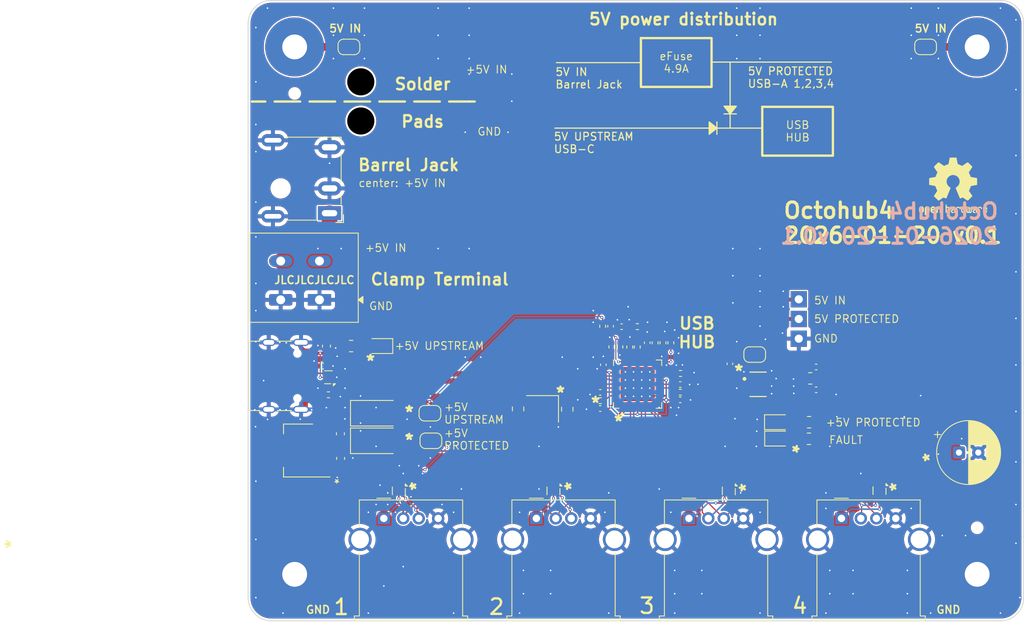
<source format=kicad_pcb>
(kicad_pcb (version 20241229) (generator "pcbnew") (generator_version "9.0")
  (title_block (title "Octohub4") (date "2026-01-20") (rev "0.1") (company "Hans Märki, Märki Informatik") (comment 1 "The MIT License (MIT)"))
  (layers (0 "F.Cu" signal) (2 "B.Cu" signal) (13 "F.Paste" user) (15 "B.Paste" user) (5 "F.SilkS" user "F.Silkscreen") (7 "B.SilkS" user "B.Silkscreen") (1 "F.Mask" user) (3 "B.Mask" user) (25 "Edge.Cuts" user))
  (net 0 "")
  (net 1 "+5VIN")
  (net 2 "+5VPROTECTED")
  (net 3 "GND")
  (net 4 "VBUS_DET")
  (net 5 "/USB Hub Chip/RESET")
  (net 6 "/USB Hub Chip/XTALIN")
  (net 7 "/USB Hub Chip/XTALOUT")
  (net 8 "Net-(U302-PLLFILT)")
  (net 9 "+3V3")
  (net 10 "Net-(U302-CRFILT)")
  (net 11 "Net-(D301-A)")
  (net 12 "Net-(J101-D+)")
  (net 13 "Net-(J101-D-)")
  (net 14 "/USB Hub Chip/USB_UP_D+")
  (net 15 "/USB Hub Chip/USB_UP_D-")
  (net 16 "/USB_1_D-")
  (net 17 "Net-(J301-CC1)")
  (net 20 "Net-(J301-CC2)")
  (net 21 "/USB_1_D+")
  (net 22 "/USB Hub Chip/PRT_PWR3")
  (net 23 "/USB Hub Chip/USB_DM4")
  (net 24 "/USB Hub Chip/USB_DP4")
  (net 25 "Net-(U302-SCL{slash}SMBCLK{slash}CFG_SEL0)")
  (net 26 "Net-(U302-SDA{slash}SMBDATA{slash}NON_REM1)")
  (net 27 "Net-(U302-RBIAS)")
  (net 28 "Net-(U302-SUSP_IND{slash}LOCAL_PWR{slash}NON_REM0)")
  (net 29 "Net-(U302-HS_IND{slash}CFG_SEL1)")
  (net 30 "Net-(U302-OCS_N1)")
  (net 31 "Net-(U302-OCS_N2)")
  (net 32 "Net-(U302-OCS_N3)")
  (net 33 "Net-(U302-OCS_N4)")
  (net 34 "/USB Hub Chip/PRT_PWR4")
  (net 35 "/USB Hub Chip/USB_DM1")
  (net 36 "/USB_2_D+")
  (net 37 "/USB Hub Chip/USB_DP1")
  (net 38 "/USB_2_D-")
  (net 39 "Net-(D302-I{slash}O1-Pad1)")
  (net 40 "Net-(D302-I{slash}O2-Pad3)")
  (net 41 "Net-(J102-D-)")
  (net 42 "Net-(J102-D+)")
  (net 43 "/USB Hub Chip/USB_DP2")
  (net 44 "/USB_3_D+")
  (net 45 "/USB_3_D-")
  (net 46 "/USB Hub Chip/USB_DM2")
  (net 47 "Net-(J103-D+)")
  (net 48 "Net-(J103-D-)")
  (net 49 "/USB Hub Chip/USB_DM3")
  (net 50 "/USB Hub Chip/USB_DP3")
  (net 51 "Net-(J104-D-)")
  (net 52 "Net-(J104-D+)")
  (net 53 "Net-(U302-USBDM_UP)")
  (net 54 "Net-(U302-USBDP_UP)")
  (net 55 "/USB Hub Chip/PRT_PWR1")
  (net 56 "/USB Hub Chip/PRT_PWR2")
  (net 57 "Net-(D208-K)")
  (net 58 "Net-(U201-dVdt)")
  (net 59 "Net-(U201-ITIMER)")
  (net 61 "Net-(U201-ILM)")
  (net 62 "Net-(JP201-B)")
  (net 63 "Net-(JP202-B)")
  (net 64 "Net-(D201-K)")
  (net 65 "+5VUPSTREAM")
  (net 66 "Net-(D201-A)")
  (net 67 "Net-(D202-A)")
  (net 68 "/USB_4_D+")
  (net 69 "/USB_4_D-")
  (net 70 "Net-(D207-A)")
  (net 71 "Net-(D208-A)")
  (footprint "Resistor_SMD:R_0402_1005Metric" (layer "F.Cu") (at 112.2494 61.4078 -90)
    (property "Reference" "R315" (hide yes))
    (property "Value" "10k")
  )
  (footprint "00_project_library:octoprobe_NetTie_USB_Differential" (layer "F.Cu") (at 72.476 65.85345)
    (property "Reference" "NT301" (hide yes))
    (property "Value" "octoprobe_NetTie_USB_Differential" (hide yes))
  )
  (footprint "00_project_library:octohub4_mounting_hole" (layer "F.Cu") (at 64.76 91.26)
    (property "Reference" "H203" (hide yes))
    (property "Value" "MountingHole_Pad" (hide yes))
  )
  (footprint "Crystal:Crystal_SMD_3225-4Pin_3.2x2.5mm" (layer "F.Cu") (at 96.7161 69.93 180)
    (property "Reference" "Y301" (hide yes))
    (property "Value" "24MHz")
  )
  (footprint "Capacitor_SMD:C_0805_2012Metric" (layer "F.Cu") (at 99.908 69.96755 -90)
    (property "Reference" "C307" (hide yes))
    (property "Value" "18p" (hide yes))
  )
  (footprint "00_project_library:octoprobe_NetTie_USB_Differential" (layer "F.Cu") (at 136.992 81.141 135)
    (property "Reference" "NT108" (hide yes))
    (property "Value" "octoprobe_NetTie_USB_Differential" (hide yes))
  )
  (footprint "Capacitor_SMD:C_0402_1005Metric" (layer "F.Cu") (at 104.1554 69.8846 180)
    (property "Reference" "C301" (hide yes))
    (property "Value" "100n")
  )
  (footprint "00_project_library:JLCPCB_ToolingHole" (layer "F.Cu") (at 152.76 85.26)
    (property "Reference" "TH1302" (hide yes))
    (property "Value" "JLCPCB Tooling Hole" (hide yes))
  )
  (footprint "00_project_library:USB231ARY" (layer "F.Cu") (at 95.926667 84.05)
    (property "Reference" "J102" (hide yes))
    (property "Value" "USB231ARY" (hide yes))
  )
  (footprint "00_project_library:octoprobe_NetTie_USB_Differential" (layer "F.Cu") (at 81.112 81.649 45)
    (property "Reference" "NT102" (hide yes))
    (property "Value" "octoprobe_NetTie_USB_Differential" (hide yes))
  )
  (footprint "Package_SON:Texas_USON-6_1x1.45mm_P0.5mm_SMD" (layer "F.Cu") (at 78.191 80.506 -90)
    (property "Reference" "D203" (hide yes))
    (property "Value" "PRTR5V0U2X" (hide yes))
  )
  (footprint "Package_SON:Texas_USON-6_1x1.45mm_P0.5mm_SMD" (layer "F.Cu") (at 98.13 80.506 -90)
    (property "Reference" "D204" (hide yes))
    (property "Value" "PRTR5V0U2X" (hide yes))
  )
  (footprint "00_project_library:USB231ARY" (layer "F.Cu") (at 135.26 84.05)
    (property "Reference" "J104" (hide yes))
    (property "Value" "USB231ARY" (hide yes))
  )
  (footprint "Resistor_SMD:R_0402_1005Metric" (layer "F.Cu") (at 106.6868 61.9412 90)
    (property "Reference" "R306" (hide yes))
    (property "Value" "100k")
  )
  (footprint "Resistor_SMD:R_0402_1005Metric" (layer "F.Cu") (at 111.2334 61.4078 -90)
    (property "Reference" "R308" (hide yes))
    (property "Value" "100k")
  )
  (footprint "00_project_library:octohub4_mounting_hole" (layer "F.Cu") (at 152.76 23.26)
    (property "Reference" "H202" (hide yes))
    (property "Value" "MountingHole_Pad" (hide yes))
  )
  (footprint "Capacitor_SMD:C_0603_1608Metric" (layer "F.Cu") (at 70.657 73.14 -90)
    (property "Reference" "C311" (hide yes))
    (property "Value" "10u" (hide yes))
  )
  (footprint "Package_SON:Texas_USON-6_1x1.45mm_P0.5mm_SMD" (layer "F.Cu") (at 140.167 80.46 -90)
    (property "Reference" "D206" (hide yes))
    (property "Value" "PRTR5V0U2X" (hide yes))
  )
  (footprint "Capacitor_SMD:C_0402_1005Metric" (layer "F.Cu") (at 104.1554 67.8018 180)
    (property "Reference" "C309" (hide yes))
    (property "Value" "100n")
  )
  (footprint "Diode_SMD:D_SMA" (layer "F.Cu") (at 75.47 70.49)
    (property "Reference" "D202" (hide yes))
    (property "Value" "SS34" (hide yes))
  )
  (footprint "Resistor_SMD:R_0402_1005Metric" (layer "F.Cu") (at 108.9474 59.325)
    (property "Reference" "R304" (hide yes))
    (property "Value" "100k")
  )
  (footprint "Resistor_SMD:R_0805_2012Metric" (layer "F.Cu") (at 72.04 61.83 180)
    (property "Reference" "R301" (hide yes))
    (property "Value" "4K7" (hide yes))
  )
  (footprint "Jumper:SolderJumper-2_P1.3mm_Bridged_RoundedPad1.0x1.5mm" (layer "F.Cu") (at 146.11 23.26)
    (property "Reference" "JP202" (hide yes))
    (property "Value" "SolderJumper_2_Bridged" (hide yes))
  )
  (footprint "00_project_library:USB231ARY" (layer "F.Cu") (at 76.26 84.05)
    (property "Reference" "J101" (hide yes))
    (property "Value" "USB231ARY" (hide yes))
  )
  (footprint "00_project_library:JLCPCB_ToolingHole" (layer "F.Cu") (at 64.76 29.26)
    (property "Reference" "TH1301" (hide yes))
    (property "Value" "JLCPCB Tooling Hole" (hide yes))
  )
  (footprint "Capacitor_SMD:C_0402_1005Metric" (layer "F.Cu") (at 114.4736 68.767)
    (property "Reference" "C302" (hide yes))
    (property "Value" "100n")
  )
  (footprint "Jumper:SolderJumper-2_P1.3mm_Bridged_RoundedPad1.0x1.5mm" (layer "F.Cu") (at 82.201 70.49)
    (property "Reference" "JP204" (hide yes))
    (property "Value" "SolderJumper_2_Bridged" (hide yes))
  )
  (footprint "00_project_library:USB_C_Receptacle_Palconn_UTC16-G" (layer "F.Cu") (at 63.66 65.67645 -90)
    (property "Reference" "J301" (hide yes))
    (property "Value" "USB_C_Receptacle_USB2.0" (hide yes))
  )
  (footprint "00_project_library:octoprobe_breakout_PB" (layer "F.Cu") (at 129.76 60.88 90)
    (property "Reference" "BP203" (hide yes))
    (property "Value" "Scope GND" (hide yes))
  )
  (footprint "Capacitor_SMD:C_0402_1005Metric" (layer "F.Cu") (at 132.003 67.4712)
    (property "Reference" "C202" (hide yes))
    (property "Value" "100n" (hide yes))
  )
  (footprint "Resistor_SMD:R_0402_1005Metric" (layer "F.Cu") (at 113.2654 61.4078 -90)
    (property "Reference" "R314" (hide yes))
    (property "Value" "10k")
  )
  (footprint "00_project_library:octoprobe_NetTie_USB_Differential" (layer "F.Cu") (at 104.050585 72.172415 -135)
    (property "Reference" "NT101" (hide yes))
    (property "Value" "octoprobe_NetTie_USB_Differential" (hide yes))
  )
  (footprint "Jumper:SolderJumper-2_P1.3mm_Open_RoundedPad1.0x1.5mm" (layer "F.Cu") (at 124.0782 62.9246 180)
    (property "Reference" "JP205" (hide yes))
    (property "Value" "SolderJumper_2_Open" (hide yes))
  )
  (footprint "Jumper:SolderJumper-2_P1.3mm_Open_RoundedPad1.0x1.5mm" (layer "F.Cu") (at 82.328 74.046)
    (property "Reference" "JP203" (hide yes))
    (property "Value" "SolderJumper_2_Open" (hide yes))
  )
  (footprint "Capacitor_SMD:C_0402_1005Metric" (layer "F.Cu") (at 106.9154 59.325 180)
    (property "Reference" "C305" (hide yes))
    (property "Value" "100n")
  )
  (footprint "00_project_library:octoprobe_NetTie_USB_Differential" (layer "F.Cu") (at 100.035 65.901 180)
    (property "Reference" "NT302" (hide yes))
    (property "Value" "octoprobe_NetTie_USB_Differential" (hide yes))
  )
  (footprint "00_project_library:octoprobe_breakout_PB" (layer "F.Cu") (at 129.76 55.8 90)
    (property "Reference" "BP205" (hide yes))
    (property "Value" "Scope 5V IN" (hide yes))
  )
  (footprint "00_project_library:SOT-223-3_TabPin2" (layer "F.Cu") (at 65.237 75.299)
    (property "Reference" "U301" (hide yes))
    (property "Value" "AMS1117-3.3" (hide yes))
  )
  (footprint "00_project_library:KF235-2P" (layer "F.Cu") (at 62.96 55.868 90)
    (property "Reference" "J201" (hide yes))
    (property "Value" "Screw_Terminal_01x02" (hide yes))
  )
  (footprint "00_project_library:octoprobe_NetTie_USB_Differential" (layer "F.Cu") (at 116.799 81.395 135)
    (property "Reference" "NT106" (hide yes))
    (property "Value" "octoprobe_NetTie_USB_Differential" (hide yes))
  )
  (footprint "Capacitor_SMD:C_0603_1608Metric" (layer "F.Cu") (at 68.86 61.837 -90)
    (property "Reference" "C401" (hide yes))
    (property "Value" "10u" (hide yes))
  )
  (footprint "00_project_library:octoprobe_NetTie_USB_Differential" (layer "F.Cu") (at 100.797 81.649 45)
    (property "Reference" "NT104" (hide yes))
    (property "Value" "octoprobe_NetTie_USB_Differential" (hide yes))
  )
  (footprint "Package_DFN_QFN:Texas_RHH0036C_VQFN-36-1EP_6x6mm_P0.5mm_EP4.4x4.4mm_ThermalVias" (layer "F.Cu") (at 108.9814 66.735 90)
    (property "Reference" "U302" (hide yes))
    (property "Value" "USB2514B_Bi")
  )
  (footprint "Capacitor_SMD:C_0402_1005Metric" (layer "F.Cu") (at 110.2174 61.4078 90)
    (property "Reference" "C304" (hide yes))
    (property "Value" "100n")
  )
  (footprint "Resistor_SMD:R_0402_1005Metric" (layer "F.Cu") (at 114.5186 65.3634 180)
    (property "Reference" "R313" (hide yes))
    (property "Value" "10k")
  )
  (footprint "00_project_library:octoprobe_NetTie_USB_Differential" (layer "F.Cu") (at 113.672415 72.299415 -45)
    (property "Reference" "NT107" (hide yes))
    (property "Value" "octoprobe_NetTie_USB_Differential" (hide yes))
  )
  (footprint "Connector_Wire:SolderWirePad_1x01_SMD_2x4mm" (layer "F.Cu") (at 89.6972 31.992 -90)
    (property "Reference" "BP202" (hide yes))
    (property "Value" "Solder GND" (hide yes))
  )
  (footprint "00_project_library:BarrelJack_D5.5mm" (layer "F.Cu") (at 69.256 44.6975 -90)
    (property "Reference" "J203" (hide yes))
    (property "Value" "Barrel_Jack_Switch" (hide yes))
  )
  (footprint "Resistor_SMD:R_0805_2012Metric" (layer "F.Cu") (at 131.241 65.998 180)
    (property "Reference" "R201" (hide yes))
    (property "Value" "120" (hide yes))
  )
  (footprint "Capacitor_SMD:C_0402_1005Metric" (layer "F.Cu") (at 120.8778 64.1184 -90)
    (property "Reference" "C201" (hide yes))
    (property "Value" "100n" (hide yes))
  )
  (footprint "Resistor_SMD:R_0402_1005Metric" (layer "F.Cu") (at 104.1554 68.8686)
    (property "Reference" "R309" (hide yes))
    (property "Value" "12k")
  )
  (footprint "Resistor_SMD:R_0402_1005Metric" (layer "F.Cu") (at 104.477 59.2742 90)
    (property "Reference" "R305" (hide yes))
    (property "Value" "100k")
  )
  (footprint "Resistor_SMD:R_0402_1005Metric" (layer "F.Cu") (at 68.3292 64.4024)
    (property "Reference" "R302" (hide yes))
    (property "Value" "5.1K")
  )
  (footprint "Capacitor_SMD:C_0402_1005Metric" (layer "F.Cu") (at 114.4736 66.7858)
    (property "Reference" "C310" (hide yes))
    (property "Value" "100n")
  )
  (footprint "LED_SMD:LED_0805_2012Metric" (layer "F.Cu") (at 75.723 61.83 180)
    (property "Reference" "D301" (hide yes))
    (property "Value" "green" (hide yes))
  )
  (footprint "Jumper:SolderJumper-2_P1.3mm_Bridged_RoundedPad1.0x1.5mm" (layer "F.Cu") (at 71.76 23.26 180)
    (property "Reference" "JP201" (hide yes))
    (property "Value" "SolderJumper_2_Bridged" (hide yes))
  )
  (footprint "Package_SON:Texas_USON-6_1x1.45mm_P0.5mm_SMD" (layer "F.Cu") (at 120.736 80.506 -90)
    (property "Reference" "D205" (hide yes))
    (property "Value" "PRTR5V0U2X" (hide yes))
  )
  (footprint "Resistor_SMD:R_0402_1005Metric" (layer "F.Cu") (at 114.4876 67.7832 180)
    (property "Reference" "R312" (hide yes))
    (property "Value" "10k")
  )
  (footprint "Diode_SMD:D_SMA" (layer "F.Cu") (at 75.47 74.046)
    (property "Reference" "D201" (hide yes))
    (property "Value" "SS34" (hide yes))
  )
  (footprint "00_project_library:octoprobe_NetTie_USB_Differential" (layer "F.Cu") (at 110.2076 74.585415 -45)
    (property "Reference" "NT105" (hide yes))
    (property "Value" "octoprobe_NetTie_USB_Differential" (hide yes))
  )
  (footprint "LED_SMD:LED_0805_2012Metric" (layer "F.Cu") (at 127.03 71.6475)
    (property "Reference" "D207" (hide yes))
    (property "Value" "green" (hide yes))
  )
  (footprint "Resistor_SMD:R_0402_1005Metric" (layer "F.Cu") (at 69.12 68.11)
    (property "Reference" "R303" (hide yes))
    (property "Value" "5.1K" (hide yes))
  )
  (footprint "00_project_library:TPS259474LRPWR" (layer "F.Cu") (at 124.51 66.76)
    (property "Reference" "U201" (hide yes))
    (property "Value" "TPS259474LRPWR" (hide yes))
  )
  (footprint "Resistor_SMD:R_0402_1005Metric" (layer "F.Cu") (at 108.9306 61.9598 -90)
    (property "Reference" "R307" (hide yes))
    (property "Value" "100k")
  )
  (footprint "Resistor_SMD:R_0402_1005Metric" (layer "F.Cu") (at 105.6708 61.9412 -90)
    (property "Reference" "R310" (hide yes))
    (property "Value" "100k")
  )
  (footprint "00_project_library:octohub4_mounting_hole" (layer "F.Cu") (at 64.76 23.26)
    (property "Reference" "H201" (hide yes))
    (property "Value" "MountingHole_Pad" (hide yes))
  )
  (footprint "Package_SON:Texas_USON-6_1x1.45mm_P0.5mm_SMD" (layer "F.Cu") (at 69.1166 65.85345 180)
    (property "Reference" "D302" (hide yes))
    (property "Value" "PRTR5V0U2X" (hide yes))
  )
  (footprint "00_project_library:octoprobe_NetTie_USB_Differential" (layer "F.Cu") (at 107.528 74.585415 -135)
    (property "Reference" "NT103" (hide yes))
    (property "Value" "octoprobe_NetTie_USB_Differential" (hide yes))
  )
  (footprint "00_project_library:octoprobe_CableTieHole" (layer "F.Cu") (at 73.288 32.81)
    (property "Reference" "H1302" (hide yes))
    (property "Value" "octoprobe_CableTieHole" (hide yes))
  )
  (footprint "Resistor_SMD:R_0402_1005Metric" (layer "F.Cu") (at 107.9654 61.9598 -90)
    (property "Reference" "R311" (hide yes))
    (property "Value" "100k")
  )
  (footprint "Symbol:OSHW-Logo2_9.8x8mm_SilkScreen" (layer "F.Cu") (at 149.66 41.24)
    (property "Reference" "Logo_open_hardware101" (hide yes))
    (property "Value" "Logo_Open_Hardware_Small" (hide yes))
  )
  (footprint "Connector_Wire:SolderWirePad_1x01_SMD_2x4mm" (layer "F.Cu") (at 89.76 28.481 -90)
    (property "Reference" "BP201" (hide yes))
    (property "Value" "Solder 5V" (hide yes))
  )
  (footprint "LED_SMD:LED_0805_2012Metric" (layer "F.Cu") (at 127.05 73.7575)
    (property "Reference" "D208" (hide yes))
    (property "Value" "green" (hide yes))
  )
  (footprint "00_project_library:octohub4_mounting_hole" (layer "F.Cu") (at 152.76 91.26)
    (property "Reference" "H204" (hide yes))
    (property "Value" "MountingHole_Pad" (hide yes))
  )
  (footprint "Capacitor_THT:CP_Radial_D8.0mm_P2.50mm" (layer "F.Cu") (at 150.407349 75.56)
    (property "Reference" "C216" (hide yes))
    (property "Value" "1000u" (hide yes))
  )
  (footprint "00_project_library:octoprobe_breakout_PB" (layer "F.Cu") (at 129.76 58.34 90)
    (property "Reference" "BP204" (hide yes))
    (property "Value" "Scope 5V OUT" (hide yes))
  )
  (footprint "Capacitor_SMD:C_0603_1608Metric" (layer "F.Cu") (at 70.6878 76.315 -90)
    (property "Reference" "C312" (hide yes))
    (property "Value" "10u" (hide yes))
  )
  (footprint "Resistor_SMD:R_0805_2012Metric" (layer "F.Cu") (at 131.09 71.6475)
    (property "Reference" "R202" (hide yes))
    (property "Value" "4K7" (hide yes))
  )
  (footprint "Capacitor_SMD:C_0805_2012Metric" (layer "F.Cu") (at 93.5665 69.93 90)
    (property "Reference" "C308" (hide yes))
    (property "Value" "18p")
  )
  (footprint "Capacitor_SMD:C_0402_1005Metric" (layer "F.Cu") (at 104.5618 64.2458 90)
    (property "Reference" "C303" (hide yes))
    (property "Value" "100n")
  )
  (footprint "Capacitor_SMD:C_0402_1005Metric" (layer "F.Cu") (at 132.003 64.5248)
    (property "Reference" "C203" (hide yes))
    (property "Value" "100n" (hide yes))
  )
  (footprint "00_project_library:octoprobe_CableTieHole" (layer "F.Cu") (at 73.288 27.76)
    (property "Reference" "H1301" (hide yes))
    (property "Value" "octoprobe_CableTieHole" (hide yes))
  )
  (footprint "Resistor_SMD:R_0805_2012Metric" (layer "F.Cu") (at 131.07 73.7875)
    (property "Reference" "R203" (hide yes))
    (property "Value" "4K7" (hide yes))
  )
  (footprint "00_project_library:USB231ARY" (layer "F.Cu") (at 115.593333 84.05)
    (property "Reference" "J103" (hide yes))
    (property "Value" "USB231ARY" (hide yes))
  )
  (footprint "Capacitor_SMD:C_0402_1005Metric" (layer "F.Cu") (at 105.493 59.2742 90)
    (property "Reference" "C306" (hide yes))
    (property "Value" "100n")
  )
  (gr_line (start 120.76 79.66) (end 120.92 79.5) (stroke (width 0.15)) (layer "F.Cu") (net 3))
  (gr_line (start 120.92 79.5) (end 121.62 79.5) (stroke (width 0.15)) (layer "F.Cu") (net 3))
  (gr_line (start 120.76 80.16) (end 120.76 79.66) (stroke (width 0.15)) (layer "F.Cu") (net 3))
  (gr_poly (pts (xy 121.715 30.897128) (xy 120.915 31.897128) (xy 120.115 30.897128)) (stroke (width 0.15)) (fill yes) (layer "F.SilkS"))
  (gr_line (start 109.405 25.283564) (end 98.505 25.283564) (stroke (width 0.15)) (layer "F.SilkS"))
  (gr_line (start 120.905 33.683564) (end 120.905 25.283564) (stroke (width 0.15)) (layer "F.SilkS"))
  (gr_line (start 121.715 31.897128) (end 120.115 31.897128) (stroke (width 0.15)) (layer "F.SilkS"))
  (gr_poly (pts (xy 118.205 32.927128) (xy 119.205 33.727128) (xy 118.205 34.527128)) (stroke (width 0.15)) (fill yes) (layer "F.SilkS"))
  (gr_line (start 87.978 30.301) (end 59.26 30.301) (stroke (width 0.3) (type dash)) (layer "F.SilkS"))
  (gr_line (start 133.955 25.213564) (end 118.505 25.213564) (stroke (width 0.15)) (layer "F.SilkS"))
  (gr_line (start 119.205 32.927128) (end 119.205 34.527128) (stroke (width 0.15)) (layer "F.SilkS"))
  (gr_line (start 125.05 33.727128) (end 98.305 33.727128) (stroke (width 0.15)) (layer "F.SilkS"))
  (gr_line (start 61.76 97.26) (end 155.76 97.26) (stroke (width 0.1)) (layer "Edge.Cuts"))
  (gr_line (start 158.76 94.26) (end 158.76 20.26) (stroke (width 0.1)) (layer "Edge.Cuts"))
  (gr_arc (start 158.76 94.26) (mid 157.88132 96.38132) (end 155.76 97.26) (stroke (width 0.1)) (layer "Edge.Cuts"))
  (gr_line (start 58.76 20.26) (end 58.76 94.26) (stroke (width 0.1)) (layer "Edge.Cuts"))
  (gr_arc (start 58.76 20.26) (mid 59.63868 18.13868) (end 61.76 17.26) (stroke (width 0.1)) (layer "Edge.Cuts"))
  (gr_arc (start 61.76 97.26) (mid 59.63868 96.38132) (end 58.76 94.26) (stroke (width 0.1)) (layer "Edge.Cuts"))
  (gr_arc (start 155.76 17.26) (mid 157.88132 18.13868) (end 158.76 20.26) (stroke (width 0.1)) (layer "Edge.Cuts"))
  (gr_line (start 155.76 17.26) (end 61.76 17.26) (stroke (width 0.1)) (layer "Edge.Cuts"))
  (gr_text "+5V\nPROTECTED" (at 83.96 75.26 0) (layer "F.SilkS") (effects (font (size 1 1) (thickness 0.125)) (justify left bottom)))
  (gr_text "*" (at 98.26 68.76 0) (layer "F.SilkS") (effects (font (size 1.5 1.5) (thickness 0.3) (bold yes)) (justify left bottom)))
  (gr_text "*" (at 123.86 80.86 90) (layer "F.SilkS") (effects (font (size 1.5 1.5) (thickness 0.3) (bold yes)) (justify left bottom)))
  (gr_text "5V UPSTREAM\nUSB-C" (at 98.105 37.013564 0) (layer "F.SilkS") (effects (font (size 1 1)) (justify left bottom)))
  (gr_text "*" (at 147.537349 76.96 90) (layer "F.SilkS") (effects (font (size 1.5 1.5) (thickness 0.3) (bold yes)) (justify left bottom)))
  (gr_text "Barrel Jack" (at 72.79 39.361 0) (layer "F.SilkS") (effects (font (size 1.5 1.5) (thickness 0.3) (bold yes)) (justify left bottom)))
  (gr_text "5V IN" (at 131.66 56.53 0) (layer "F.SilkS") (effects (font (size 1 1) (thickness 0.125)) (justify left bottom)))
  (gr_text "*" (at 78.76 74.86 0) (layer "F.SilkS") (effects (font (size 1.5 1.5) (thickness 0.3) (bold yes)) (justify left bottom)))
  (gr_text "+5V\nUPSTREAM" (at 83.97 71.9 0) (layer "F.SilkS") (effects (font (size 1 1) (thickness 0.125)) (justify left bottom)))
  (gr_text "1" (at 69.63 96.64 0) (layer "F.SilkS") (effects (font (size 2 2) (thickness 0.3) (bold yes)) (justify left bottom)))
  (gr_text "5V PROTECTED" (at 131.66 58.92 0) (layer "F.SilkS") (effects (font (size 1 1) (thickness 0.125)) (justify left bottom)))
  (gr_text "GND" (at 88.26 34.76 0) (layer "F.SilkS") (effects (font (size 1 1) (thickness 0.125)) (justify left bottom)))
  (gr_text "5V IN" (at 144.612 21.47 0) (layer "F.SilkS") (effects (font (size 1 1) (thickness 0.1875)) (justify left bottom)))
  (gr_text "5V IN" (at 69.1232 21.47 0) (layer "F.SilkS") (effects (font (size 1 1) (thickness 0.1875)) (justify left bottom)))
  (gr_text "*" (at 143.26 80.76 90) (layer "F.SilkS") (effects (font (size 1.5 1.5) (thickness 0.3) (bold yes)) (justify left bottom)))
  (gr_text "USB\nHUB" (at 116.63 62.2 0) (layer "F.SilkS") (effects (font (size 1.5 1.5) (thickness 0.3) (bold yes)) (justify bottom)))
  (gr_text "*" (at 29.169 88.126 90) (layer "F.SilkS") (effects (font (size 1.5 1.5) (thickness 0.3) (bold yes)) (justify left bottom)))
  (gr_text "*" (at 102.7834 70.0692 0) (layer "F.SilkS") (effects (font (size 1.5 1.5) (thickness 0.3) (bold yes)) (justify left bottom)))
  (gr_text "+5V IN" (at 73.76 49.76 0) (layer "F.SilkS") (effects (font (size 1 1) (thickness 0.125)) (justify left bottom)))
  (gr_text "GND" (at 131.66 61.45 0) (layer "F.SilkS") (effects (font (size 1 1) (thickness 0.125)) (justify left bottom)))
  (gr_text "+5V PROTECTED" (at 133.18 72.2675 0) (layer "F.SilkS") (effects (font (size 1 1) (thickness 0.125)) (justify left bottom)))
  (gr_text "*" (at 81.36 80.66 90) (layer "F.SilkS") (effects (font (size 1.5 1.5) (thickness 0.3) (bold yes)) (justify left bottom)))
  (gr_text "3" (at 109.04 96.5 0) (layer "F.SilkS") (effects (font (size 2 2) (thickness 0.3) (bold yes)) (justify left bottom)))
  (gr_text "GND" (at 66.126 96.4064 0) (layer "F.SilkS") (effects (font (size 1 1) (thickness 0.1875)) (justify left bottom)))
  (gr_text "${TITLE}\n${ISSUE_DATE} v${REVISION}" (at 127.61 48.74 0) (layer "F.SilkS") (effects (font (size 2 2) (thickness 0.4) (bold yes)) (justify left bottom)))
  (gr_text "+5V UPSTREAM" (at 77.6 62.39 0) (layer "F.SilkS") (effects (font (size 1 1) (thickness 0.125)) (justify left bottom)))
  (gr_text "JLCJLCJLCJLC" (at 62.03 53.9 0) (layer "F.SilkS") (effects (font (size 1 1) (thickness 0.2) (bold yes)) (justify left bottom)))
  (gr_text "*" (at 128.02 74.31 270) (layer "F.SilkS") (effects (font (size 1.5 1.5) (thickness 0.3) (bold yes)) (justify left bottom)))
  (gr_text "+5V IN" (at 86.76 26.76 0) (layer "F.SilkS") (effects (font (size 1 1) (thickness 0.125)) (justify left bottom)))
  (gr_text "FAULT" (at 133.61 74.5175 0) (layer "F.SilkS") (effects (font (size 1 1) (thickness 0.125)) (justify left bottom)))
  (gr_text "Solder\n\nPads" (at 81.26 33.76 0) (layer "F.SilkS") (effects (font (size 1.5 1.5) (thickness 0.3) (bold yes)) (justify bottom)))
  (gr_text "Clamp Terminal" (at 74.41 54.1 0) (layer "F.SilkS") (effects (font (size 1.5 1.5) (thickness 0.3) (bold yes)) (justify left bottom)))
  (gr_text "GND" (at 74.3 57.26 0) (layer "F.SilkS") (effects (font (size 1 1) (thickness 0.125)) (justify left bottom)))
  (gr_text "*" (at 101.36 80.66 90) (layer "F.SilkS") (effects (font (size 1.5 1.5) (thickness 0.3) (bold yes)) (justify left bottom)))
  (gr_text "*" (at 105.7524 72.4568 0) (layer "F.SilkS") (effects (font (size 1.5 1.5) (thickness 0.3) (bold yes)) (justify left bottom)))
  (gr_text "center: +5V IN" (at 72.93 41.401 0) (layer "F.SilkS") (effects (font (size 1 1) (thickness 0.125)) (justify left bottom)))
  (gr_text "2" (at 89.65 96.62 0) (layer "F.SilkS") (effects (font (size 2 2) (thickness 0.3) (bold yes)) (justify left bottom)))
  (gr_text "4" (at 128.73 96.49 0) (layer "F.SilkS") (effects (font (size 2 2) (thickness 0.3) (bold yes)) (justify left bottom)))
  (gr_text "*" (at 121.26 65.96 0) (layer "F.SilkS") (effects (font (size 1.5 1.5) (thickness 0.3) (bold yes)) (justify left bottom)))
  (gr_text "*" (at 78.76 71.26 0) (layer "F.SilkS") (effects (font (size 1.5 1.5) (thickness 0.3) (bold yes)) (justify left bottom)))
  (gr_text "GND" (at 147.406 96.4064 0) (layer "F.SilkS") (effects (font (size 1 1) (thickness 0.1875)) (justify left bottom)))
  (gr_text "5V power distribution" (at 102.56 20.56 0) (layer "F.SilkS") (effects (font (size 1.5 1.5) (thickness 0.3) (bold yes)) (justify left bottom)))
  (gr_text "*" (at 73.76 64.66 0) (layer "F.SilkS") (effects (font (size 1.5 1.5) (thickness 0.3) (bold yes)) (justify left bottom)))
  (gr_text "5V IN\nBarrel Jack" (at 98.305 28.683564 0) (layer "F.SilkS") (effects (font (size 1 1)) (justify left bottom)))
  (gr_text "5V PROTECTED\nUSB-A 1,2,3,4" (at 123.115 28.583564 0) (layer "F.SilkS") (effects (font (size 1 1)) (justify left bottom)))
  (gr_text "${TITLE}\n${ISSUE_DATE} v${REVISION}" (at 155.69 48.84 0) (layer "B.SilkS") (effects (font (size 2 2) (thickness 0.4) (bold yes)) (justify left bottom mirror)))
  (gr_text_box "USB\nHUB" (start 125.05 30.983564) (end 134.16 37.277128) (margins 0.9 0.9 0.9 0.9) (layer "F.SilkS") (effects (font (size 1 1) (thickness 0.125))) (border yes) (stroke (width 0.3)))
  (gr_text_box "eFuse\n4.9A" (start 109.405 22.12) (end 118.515 28.413564) (margins 0.9 0.9 0.9 0.9) (layer "F.SilkS") (effects (font (size 1 1) (thickness 0.125))) (border yes) (stroke (width 0.3)))
  (segment (start 123.242 55.868) (end 123.26 55.85) (width 2) (layer "F.Cu") (net 1))
  (segment (start 124.26 65.5448) (end 124.26 65.99) (width 0.3) (layer "F.Cu") (net 1))
  (segment (start 123.152 50.868) (end 123.26 50.76) (width 0.5) (layer "F.Cu") (net 1))
  (segment (start 73.7656 23.2544) (end 85.26 23.2544) (width 2) (layer "F.Cu") (net 1))
  (segment (start 85.2658 28.481) (end 85.26 28.4868) (width 0.5) (layer "F.Cu") (net 1))
  (segment (start 85.26 50.868) (end 123.152 50.868) (width 2) (layer "F.Cu") (net 1))
  (segment (start 118.2078 23.26) (end 144.26 23.26) (width 2) (layer "F.Cu") (net 1))
  (segment (start 123.26 51.76) (end 123.26 50.76) (width 2) (layer "F.Cu") (net 1))
  (segment (start 123.26 50.76) (end 123.26 23.26) (width 2) (layer "F.Cu") (net 1))
  (segment (start 123.4282 60.4282) (end 123.26 60.26) (width 1) (layer "F.Cu") (net 1))
  (segment (start 123.5448 64.855) (end 123.5702 64.855) (width 0.3) (layer "F.Cu") (net 1))
  (segment (start 129.66 55.84) (end 123.16 55.84) (width 0.5) (layer "F.Cu") (net 1))
  (segment (start 104.2006 23.2544) (end 144.2544 23.2544) (width 2) (layer "F.Cu") (net 1))
  (segment (start 123.4204 63.6384) (end 120.8778 63.6384) (width 0.5) (layer "F.Cu") (net 1))
  (segment (start 73.76 23.26) (end 73.7656 23.2544) (width 2) (layer "F.Cu") (net 1))
  (segment (start 85.26 23.2544) (end 104.2006 23.2544) (width 2) (layer "F.Cu") (net 1))
  (segment (start 124.26 65.99) (end 124.26 66.4) (width 0.3) (layer "F.Cu") (net 1))
  (segment (start 123.4432 63.6612) (end 123.5448 63.7628) (width 0.5) (layer "F.Cu") (net 1))
  (segment (start 123.5448 63.7628) (end 123.5448 65.7948) (width 0.5) (layer "F.Cu") (net 1))
  (segment (start 69.256 44.6975) (end 69.256 50.6055) (width 2) (layer "F.Cu") (net 1))
  (segment (start 123.4282 62.9246) (end 123.4282 60.4282) (width 1) (layer "F.Cu") (net 1))
  (segment (start 62.96 50.868) (end 85.26 50.868) (width 2) (layer "F.Cu") (net 1))
  (segment (start 144.2544 23.2544) (end 144.26 23.26) (width 2) (layer "F.Cu") (net 1))
  (segment (start 123.5702 64.855) (end 124.26 65.5448) (width 0.3) (layer "F.Cu") (net 1))
  (segment (start 85.26 23.2544) (end 85.26 28.4868) (width 2) (layer "F.Cu") (net 1))
  (segment (start 85.26 28.4868) (end 85.26 50.868) (width 2) (layer "F.Cu") (net 1))
  (segment (start 144.26 23.26) (end 145.46 23.26) (width 0.5) (layer "F.Cu") (net 1))
  (segment (start 123.26 60.26) (end 123.26 51.76) (width 2) (layer "F.Cu") (net 1))
  (segment (start 89.76 28.481) (end 85.2658 28.481) (width 2) (layer "F.Cu") (net 1))
  (segment (start 123.26 23.26) (end 117.3296 23.26) (width 2) (layer "F.Cu") (net 1))
  (segment (start 123.4432 63.6612) (end 123.4204 63.6384) (width 0.5) (layer "F.Cu") (net 1))
  (segment (start 124.26 66.4) (end 124.26 66.76) (width 0.3) (layer "F.Cu") (net 1))
  (segment (start 72.41 23.26) (end 73.76 23.26) (width 0.5) (layer "F.Cu") (net 1))
  (segment (start 78.191 80.806) (end 78.191 81.46) (width 0.2) (layer "F.Cu") (net 2))
  (segment (start 78.26 77.76) (end 76.26 79.76) (width 0.2) (layer "F.Cu") (net 2))
  (segment (start 98.13 80.806) (end 98.13 81.46) (width 0.2) (layer "F.Cu") (net 2))
  (segment (start 83.5 74.046) (end 82.978 74.046) (width 0.2) (layer "F.Cu") (net 2))
  (segment (start 140.167 82.86) (end 140.167 81.467) (width 0.2) (layer "F.Cu") (net 2))
  (segment (start 140.167 80.76) (end 140.167 82.86) (width 0.2) (layer "F.Cu") (net 2))
  (segment (start 124.76 69.26) (end 124.76 66.76) (width 0.3) (layer "F.Cu") (net 2))
  (segment (start 76.26 90.26) (end 78.26 92.26) (width 2) (layer "F.Cu") (net 2))
  (segment (start 115.593333 84.05) (end 115.593333 92.226667) (width 2) (layer "F.Cu") (net 2))
  (segment (start 124.7282 60.5918) (end 126.98 58.34) (width 0.5) (layer "F.Cu") (net 2))
  (segment (start 84.36 74.906) (end 83.5 74.046) (width 0.2) (layer "F.Cu") (net 2))
  (segment (start 131.71 69.49) (end 143.99 69.49) (width 2) (layer "F.Cu") (net 2))
  (segment (start 120.711 82.06) (end 120.736 82.035) (width 0.2) (layer "F.Cu") (net 2))
  (segment (start 144.76 92.26) (end 135.76 92.26) (width 2) (layer "F.Cu") (net 2))
  (segment (start 125.055 69.555) (end 124.76 69.26) (width 0.3) (layer "F.Cu") (net 2))
  (segment (start 143.99 69.49) (end 149.76 75.26) (width 2) (layer "F.Cu") (net 2))
  (segment (start 120.711 82.06) (end 119.06 82.06) (width 0.2) (layer "F.Cu") (net 2))
  (segment (start 140.167 81.467) (end 140.16 81.46) (width 0.2) (layer "F.Cu") (net 2))
  (segment (start 81.56 77.76) (end 78.26 77.76) (width 0.2) (layer "F.Cu") (net 2))
  (segment (start 126.98 58.34) (end 129.76 58.34) (width 0.5) (layer "F.Cu") (net 2))
  (segment (start 78.26 92.26) (end 135.76 92.26) (width 2) (layer "F.Cu") (net 2))
  (segment (start 125.12 69.49) (end 131.71 69.49) (width 2) (layer "F.Cu") (net 2))
  (segment (start 135.26 91.76) (end 135.76 92.26) (width 2) (layer "F.Cu") (net 2))
  (segment (start 149.76 75.26) (end 149.76 87.26) (width 2) (layer "F.Cu") (net 2))
  (segment (start 95.926667 92.093333) (end 95.926667 84.05) (width 2) (layer "F.Cu") (net 2))
  (segment (start 131.9825 73.7875) (end 131.9925 73.7775) (width 0.5) (layer "F.Cu") (net 2))
  (segment (start 131.9925 73.7775) (end 131.9925 69.7725) (width 0.5) (layer "F.Cu") (net 2))
  (segment (start 124.7282 62.9246) (end 124.7282 60.5918) (width 0.5) (layer "F.Cu") (net 2))
  (segment (start 120.736 82.035) (end 120.736 80.806) (width 0.2) (layer "F.Cu") (net 2))
  (segment (start 135.26 84.05) (end 135.26 91.76) (width 2) (layer "F.Cu") (net 2))
  (segment (start 149.76 87.26) (end 144.76 92.26) (width 2) (layer "F.Cu") (net 2))
  (segment (start 76.26 84.05) (end 76.26 90.26) (width 2) (layer "F.Cu") (net 2))
  (segment (start 76.26 79.76) (end 76.26 84.05) (width 0.2) (layer "F.Cu") (net 2))
  (segment (start 124.76 66.76) (end 124.76 62.9564) (width 0.3) (layer "F.Cu") (net 2))
  (via (at 98.13 81.46) (size 0.4) (drill 0.2) (layers "F.Cu" "B.Cu") (net 2))
  (via (at 140.167 82.86) (size 0.4) (drill 0.2) (layers "F.Cu" "B.Cu") (net 2))
  (via (at 78.191 81.46) (size 0.4) (drill 0.2) (layers "F.Cu" "B.Cu") (net 2))
  (via (at 81.56 77.76) (size 0.4) (drill 0.2) (layers "F.Cu" "B.Cu") (net 2))
  (via (at 119.06 82.06) (size 0.4) (drill 0.2) (layers "F.Cu" "B.Cu") (net 2))
  (via (at 84.36 74.906) (size 0.4) (drill 0.2) (layers "F.Cu" "B.Cu") (net 2))
  (segment (start 119.06 82.06) (end 118.06 82.06) (width 0.2) (layer "B.Cu") (net 2))
  (segment (start 84.36 74.96) (end 84.36 74.906) (width 0.15) (layer "B.Cu") (net 2))
  (segment (start 136.45 82.86) (end 135.26 84.05) (width 0.2) (layer "B.Cu") (net 2))
  (segment (start 98.13 81.46) (end 98.13 81.846667) (width 0.2) (layer "B.Cu") (net 2))
  (segment (start 78.191 82.119) (end 76.26 84.05) (width 0.2) (layer "B.Cu") (net 2))
  (segment (start 81.56 77.76) (end 84.36 74.96) (width 0.15) (layer "B.Cu") (net 2))
  (segment (start 98.13 81.846667) (end 95.926667 84.05) (width 0.2) (layer "B.Cu") (net 2))
  (segment (start 140.167 82.86) (end 136.45 82.86) (width 0.2) (layer "B.Cu") (net 2))
  (segment (start 118.06 82.06) (end 116.07 84.05) (width 0.2) (layer "B.Cu") (net 2))
  (segment (start 78.191 81.46) (end 78.191 82.119) (width 0.2) (layer "B.Cu") (net 2))
  (segment (start 102.3844 69.9796) (end 103.5804 69.9796) (width 0.15) (layer "F.Cu") (net 3))
  (segment (start 65.4821 69.99645) (end 65.4821 69.60435) (width 0.5) (layer "F.Cu") (net 3))
  (segment (start 123.609999 66.534999) (end 122.565001 66.534999) (width 0.25) (layer "F.Cu") (net 3))
  (segment (start 106.6868 62.4512) (end 106.6868 62.9826) (width 0.15) (layer "F.Cu") (net 3))
  (segment (start 96.301 79.649) (end 98.019 79.649) (width 0.2) (layer "F.Cu") (net 3))
  (segment (start 106.3736 58.448) (end 105.8392 58.448) (width 0.15) (layer "F.Cu") (net 3))
  (segment (start 104.5618 63.169) (end 104.5532 63.1604) (width 0.15) (layer "F.Cu") (net 3))
  (segment (start 122.565001 66.534999) (end 122.56 66.54) (width 0.15) (layer "F.Cu") (net 3))
  (segment (start 105.6708 60.976) (end 105.6708 61.4312) (width 0.15) (layer "F.Cu") (net 3))
  (segment (start 126.2626 66.9886) (end 125.4136 66.9886) (width 0.25) (layer "F.Cu") (net 3))
  (segment (start 105.3914 60.6966) (end 105.6708 60.976) (width 0.15) (layer "F.Cu") (net 3))
  (segment (start 65.4821 61.89645) (end 66.0621 62.47645) (width 0.5) (layer "F.Cu") (net 3))
  (segment (start 98.019 79.649) (end 98.13 79.76) (width 0.2) (layer "F.Cu") (net 3))
  (segment (start 115.6842 66.7926) (end 114.9604 66.7926) (width 0.15) (layer "F.Cu") (net 3))
  (segment (start 65.4821 69.60435) (end 66.21 68.87645) (width 0.5) (layer "F.Cu") (net 3))
  (segment (start 98.13 79.76) (end 98.13 80.206) (width 0.2) (layer "F.Cu") (net 3))
  (segment (start 104.5618 63.7658) (end 104.5618 63.169) (width 0.15) (layer "F.Cu") (net 3))
  (segment (start 69.4166 65.85345) (end 70.19 65.85345) (width 0.15) (layer "F.Cu") (net 3))
  (segment (start 105.8392 58.448) (end 105.493 58.7942) (width 0.15) (layer "F.Cu") (net 3))
  (segment (start 68.8392 64.4024) (end 69.7008 64.4024) (width 0.15) (layer "F.Cu") (net 3))
  (segment (start 110.5185 68.2538) (end 111.906 68.2538) (width 0.15) (layer "F.Cu") (net 3))
  (segment (start 65.4821 61.35645) (end 65.4821 61.89645) (width 0.5) (layer "F.Cu") (net 3))
  (via (at 73.26 68.26) (size 0.4) (drill 0.2) (layers "F.Cu" "B.Cu") (net 3))
  (via (at 133.76 93.76) (size 0.4) (drill 0.2) (layers "F.Cu" "B.Cu") (net 3))
  (via (at 82.26 72.26) (size 0.4) (drill 0.2) (layers "F.Cu" "B.Cu") (net 3))
  (via (at 87.26 30.26) (size 0.4) (drill 0.2) (layers "F.Cu" "B.Cu") (net 3))
  (via (at 78.76 78.26) (size 0.4) (drill 0.2) (layers "F.Cu" "B.Cu") (net 3))
  (via (at 76.76 82.26) (size 0.4) (drill 0.2) (layers "F.Cu" "B.Cu") (net 3))
  (via (at 133.76 74.76) (size 0.4) (drill 0.2) (layers "F.Cu" "B.Cu") (net 3))
  (via (at 105.26 80.76) (size 0.4) (drill 0.2) (layers "F.Cu" "B.Cu") (net 3))
  (via (at 73.76 18.26) (size 0.4) (drill 0.2) (layers "F.Cu" "B.Cu") (net 3))
  (via (at 134.67 70.93) (size 0.4) (drill 0.2) (layers "F.Cu" "B.Cu") (net 3))
  (via (at 124.76 21.76) (size 0.4) (drill 0.2) (layers "F.Cu" "B.Cu") (net 3))
  (via (at 114.76 64.26) (size 0.4) (drill 0.2) (layers "F.Cu" "B.Cu") (net 3))
  (via (at 116.26 65.26) (size 0.4) (drill 0.2) (layers "F.Cu" "B.Cu") (net 3))
  (via (at 101.26 68.76) (size 0.4) (drill 0.2) (layers "F.Cu" "B.Cu") (net 3))
  (via (at 133.26 82.76) (size 0.4) (drill 0.2) (layers "F.Cu" "B.Cu") (net 3))
  (via (at 121.26 49.26) (size 0.4) (drill 0.2) (layers "F.Cu" "B.Cu") (net 3))
  (via (at 103.26 58.76) (size 0.4) (drill 0.2) (layers "F.Cu" "B.Cu") (net 3))
  (via (at 157.76 87.26) (size 0.4) (drill 0.2) (layers "F.Cu" "B.Cu") (net 3))
  (via (at 70.05 62.08) (size 0.4) (drill 0.2) (layers "F.Cu" "B.Cu") (net 3))
  (via (at 121.53 71.19) (size 0.4) (drill 0.2) (layers "F.Cu" "B.Cu") (net 3))
  (via (at 75.26 69.76) (size 0.4) (drill 0.2) (layers "F.Cu" "B.Cu") (net 3))
  (via (at 150.76 73.76) (size 0.4) (drill 0.2) (layers "F.Cu" "B.Cu") (net 3))
  (via (at 124.34 72.81) (size 0.4) (drill 0.2) (layers "F.Cu" "B.Cu") (net 3))
  (via (at 122.68 65.15) (size 0.4) (drill 0.2) (layers "F.Cu" "B.Cu") (net 3))
  (via (at 74.26 83.26) (size 0.4) (drill 0.2) (layers "F.Cu" "B.Cu") (net 3))
  (via (at 98.76 72.26) (size 0.4) (drill 0.2) (layers "F.Cu" "B.Cu") (net 3))
  (via (at 124.76 56.76) (size 0.4) (drill 0.2) (layers "F.Cu" "B.Cu") (net 3))
  (via (at 133.76 90.76) (size 0.4) (drill 0.2) (layers "F.Cu" "B.Cu") (net 3))
  (via (at 94.26 90.76) (size 0.4) (drill 0.2) (layers "F.Cu" "B.Cu") (net 3))
  (via (at 127.66 60.16) (size 0.4) (drill 0.2) (layers "F.Cu" "B.Cu") (net 3))
  (via (at 143.76 90.76) (size 0.4) (drill 0.2) (layers "F.Cu" "B.Cu") (net 3))
  (via (at 137.76 78.26) (size 0.4) (drill 0.2) (layers "F.Cu" "B.Cu") (net 3))
  (via (at 106.3736 58.448) (size 0.4) (drill 0.2) (layers "F.Cu" "B.Cu") (net 3))
  (via (at 105.3914 60.6966) (size 0.4) (drill 0.2) (layers "F.Cu" "B.Cu") (net 3))
  (via (at 121.76 61.26) (size 0.4) (drill 0.2) (layers "F.Cu" "B.Cu") (net 3))
  (via (at 127.76 54.76) (size 0.4) (drill 0.2) (layers "F.Cu" "B.Cu") (net 3))
  (via (at 96.26 80.26) (size 0.4) (drill 0.2) (layers "F.Cu" "B.Cu") (net 3))
  (via (at 127.76 56.76) (size 0.4) (drill 0.2) (layers "F.Cu" "B.Cu") (net 3))
  (via (at 59.76 33.26) (size 0.4) (drill 0.2) (layers "F.Cu" "B.Cu") (net 3))
  (via (at 146.76 96.26) (size 0.4) (drill 0.2) (layers "F.Cu" "B.Cu") (net 3))
  (via (at 75.26 74.76) (size 0.4) (drill 0.2) (layers "F.Cu" "B.Cu") (net 3))
  (via (at 70.24 63.15) (size 0.4) (drill 0.2) (layers "F.Cu" "B.Cu") (net 3))
  (via (at 151.26 86.26) (size 0.4) (drill 0.2) (layers "F.Cu" "B.Cu") (net 3))
  (via (at 73.26 72.76) (size 0.4) (drill 0.2) (layers "F.Cu" "B.Cu") (net 3))
  (via (at 157.76 82.26) (size 0.4) (drill 0.2) (layers "F.Cu" "B.Cu") (net 3))
  (via (at 83.26 49.26) (size 0.4) (drill 0.2) (layers "F.Cu" "B.Cu") (net 3))
  (via (at 78.76 90.26) (size 0.4) (drill 0.2) (layers "F.Cu" "B.Cu") (net 3))
  (via (at 104.76 83.26) (size 0.4) (drill 0.2) (layers "F.Cu" "B.Cu") (net 3))
  (via (at 59.76 20.76) (size 0.4) (drill 0.2) (layers "F.Cu" "B.Cu") (net 3))
  (via (at 81.26 78.26) (size 0.4) (drill 0.2) (layers "F.Cu" "B.Cu") (net 3))
  (via (at 107.76 56.76) (size 0.4) (drill 0.2) (layers "F.Cu" "B.Cu") (net 3))
  (via (at 121.26 56.26) (size 0.4) (drill 0.2) (layers "F.Cu" "B.Cu") (net 3))
  (via (at 136.76 93.76) (size 0.4) (drill 0.2) (layers "F.Cu" "B.Cu") (net 3))
  (via (at 82.26 76.26) (size 0.4) (drill 0.2) (layers "F.Cu" "B.Cu") (net 3))
  (via (at 111.76 69.76) (size 0.4) (drill 0.2) (layers "F.Cu" "B.Cu") (net 3))
  (via (at 83.76 82.26) (size 0.4) (drill 0.2) (layers "F.Cu" "B.Cu") (net 3))
  (via (at 59.76 79.26) (size 0.4) (drill 0.2) (layers "F.Cu" "B.Cu") (net 3))
  (via (at 94.26 93.76) (size 0.4) (drill 0.2) (layers "F.Cu" "B.Cu") (net 3))
  (via (at 59.76 27.76) (size 0.4) (drill 0.2) (layers "F.Cu" "B.Cu") (net 3))
  (via (at 101.26 64.76) (size 0.4) (drill 0.2) (layers "F.Cu" "B.Cu") (net 3))
  (via (at 59.76 53.76) (size 0.4) (drill 0.2) (layers "F.Cu" "B.Cu") (net 3))
  (via (at 129.1 67) (size 0.4) (drill 0.2) (layers "F.Cu" "B.Cu") (net 3))
  (via (at 115.8028 68.7738) (size 0.4) (drill 0.2) (layers "F.Cu" "B.Cu") (net 3))
  (via (at 157.76 19.76) (size 0.4) (drill 0.2) (layers "F.Cu" "B.Cu") (net 3))
  (via (at 62.8682 70.0412) (size 0.4) (drill 0.2) (layers "F.Cu" "B.Cu") (net 3))
  (via (at 59.76 36.76) (size 0.4) (drill 0.2) (layers "F.Cu" "B.Cu") (net 3))
  (via (at 155.76 18.26) (size 0.4) (drill 0.2) (layers "F.Cu" "B.Cu") (net 3))
  (via (at 70.19 65.85345) (size 0.4) (drill 0.2) (layers "F.Cu" "B.Cu") (net 3))
  (via (at 143.76 93.76) (size 0.4) (drill 0.2) (layers "F.Cu" "B.Cu") (net 3))
  (via (at 117.26 90.76) (size 0.4) (drill 0.2) (layers "F.Cu" "B.Cu") (net 3))
  (via (at 147.76 24.76) (size 0.4) (drill 0.2) (layers "F.Cu" "B.Cu") (net 3))
  (via (at 124.76 24.76) (size 0.4) (drill 0.2) (layers "F.Cu" "B.Cu") (net 3))
  (via (at 126.26 65.02) (size 0.4) (drill 0.2) (layers "F.Cu" "B.Cu") (net 3))
  (via (at 113.76 93.76) (size 0.4) (drill 0.2) (layers "F.Cu" "B.Cu") (net 3))
  (via (at 104.5532 63.1604) (size 0.4) (drill 0.2) (layers "F.Cu" "B.Cu") (net 3))
  (via (at 105.26 96.26) (size 0.4) (drill 0.2) (layers "F.Cu" "B.Cu") (net 3))
  (via (at 124.76 18.26) (size 0.4) (drill 0.2) (layers "F.Cu" "B.Cu") (net 3))
  (via (at 97.76 90.76) (size 0.4) (drill 0.2) (layers "F.Cu" "B.Cu") (net 3))
  (via (at 148.26 86.26) (size 0.4) (drill 0.2) (layers "F.Cu" "B.Cu") (net 3))
  (via (at 103.26 63.26) (size 0.4) (drill 0.2) (layers "F.Cu" "B.Cu") (net 3))
  (via (at 114.26 62.76) (size 0.4) (drill 0.2) (layers "F.Cu" "B.Cu") (net 3))
  (via (at 133.26 96.26) (size 0.4) (drill 0.2) (layers "F.Cu" "B.Cu") (net 3))
  (via (at 121.26 52.76) (size 0.4) (drill 0.2) (layers "F.Cu" "B.Cu") (net 3))
  (via (at 113.26 83.26) (size 0.4) (drill 0.2) (layers "F.Cu" "B.Cu") (net 3))
  (via (at 86.76 63.26) (size 0.4) (drill 0.2) (layers "F.Cu" "B.Cu") (net 3))
  (via (at 114.26 60.76) (size 0.4) (drill 0.2) (layers "F.Cu" "B.Cu") (net 3))
  (via (at 86.76 34.26) (size 0.4) (drill 0.2) (layers "F.Cu" "B.Cu") (net 3))
  (via (at 80.76 77.26) (size 0.4) (drill 0.2) (layers "F.Cu" "B.Cu") (net 3))
  (via (at 87.26 18.26) (size 0.4) (drill 0.2) (layers "F.Cu" "B.Cu") (net 3))
  (via (at 59.76 61.26) (size 0.4) (drill 0.2) (layers "F.Cu" "B.Cu") (net 3))
  (via (at 85.26 83.26) (size 0.4) (drill 0.2) (layers "F.Cu" "B.Cu") (net 3))
  (via (at 121.76 67.26) (size 0.4) (drill 0.2) (layers "F.Cu" "B.Cu") (net 3))
  (via (at 147.76 18.26) (size 0.4) (drill 0.2) (layers "F.Cu" "B.Cu") (net 3))
  (via (at 59.76 94.26) (size 0.4) (drill 0.2) (layers "F.Cu" "B.Cu") (net 3))
  (via (at 157.76 58.26) (size 0.4) (drill 0.2) (layers "F.Cu" "B.Cu") (net 3))
  (via (at 68.8492 69.7716) (size 0.4) (drill 0.2) (layers "F.Cu" "B.Cu") (net 3))
  (via (at 115.6842 66.7926) (size 0.4) (drill 0.2) (layers "F.Cu" "B.Cu") (net 3))
  (via (at 129.12 67.93) (size 0.4) (drill 0.2) (layers "F.Cu" "B.Cu") (net 3))
  (via (at 122.26 80.76) (size 0.4) (drill 0.2) (layers "F.Cu" "B.Cu") (net 3))
  (via (at 157.76 64.26) (size 0.4) (drill 0.2) (layers "F.Cu" "B.Cu") (net 3))
  (via (at 92.76 26.76) (size 0.4) (drill 0.2) (layers "F.Cu" "B.Cu") (net 3))
  (via (at 59.617 70.0412) (size 0.4) (drill 0.2) (layers "F.Cu" "B.Cu") (net 3))
  (via (at 67.26 63.76) (size 0.4) (drill 0.2) (layers "F.Cu" "B.Cu") (net 3))
  (via (at 144.26 82.76) (size 0.4) (drill 0.2) (layers "F.Cu" "B.Cu") (net 3))
  (via (at 73.76 24.76) (size 0.4) (drill 0.2) (layers "F.Cu" "B.Cu") (net 3))
  (via (at 88.76 63.26) (size 0.4) (drill 0.2) (layers "F.Cu" "B.Cu") (net 3))
  (via (at 116.76 66.76) (size 0.4) (drill 0.2) (layers "F.Cu" "B.Cu") (net 3))
  (via (at 121.76 18.26) (size 0.4) (drill 0.2) (layers "F.Cu" "B.Cu") (net 3))
  (via (at 72.26 76.26) (size 0.4) (drill 0.2) (layers "F.Cu" "B.Cu") (net 3))
  (via (at 83.26 24.76) (size 0.4) (drill 0.2) (layers "F.Cu" "B.Cu") (net 3))
  (via (at 112.6982 64.2913) (size 0.4) (drill 0.2) (layers "F.Cu" "B.Cu") (net 3))
  (via (at 82.26 68.26) (size 0.4) (drill 0.2) (layers "F.Cu" "B.Cu") (net 3))
  (via (at 124.76 59.26) (size 0.4) (drill 0.2) (layers "F.Cu" "B.Cu") (net 3))
  (via (at 136.76 90.76) (size 0.4) (drill 0.2) (layers "F.Cu" "B.Cu") (net 3))
  (via (at 87.26 21.76) (size 0.4) (drill 0.2) (layers "F.Cu" "B.Cu") (net 3))
  (via (at 106.6868 62.9826) (size 0.4) (drill 0.2) (layers "F.Cu" "B.Cu") (net 3))
  (via (at 143.76 96.26) (size 0.4) (drill 0.2) (layers "F.Cu" "B.Cu") (net 3))
  (via (at 107.8976 58.4226) (size 0.4) (drill 0.2) (layers "F.Cu" "B.Cu") (net 3))
  (via (at 60.76 66.282) (size 0.4) (drill 0.2) (layers "F.Cu" "B.Cu") (net 3))
  (via (at 124.76 83.26) (size 0.4) (drill 0.2) (layers "F.Cu" "B.Cu") (net 3))
  (via (at 144.26 18.26) (size 0.4) (drill 0.2) (layers "F.Cu" "B.Cu") (net 3))
  (via (at 66.9576 70.0412) (size 0.4) (drill 0.2) (layers "F.Cu" "B.Cu") (net 3))
  (via (at 62.8428 61.3544) (size 0.4) (drill 0.2) (layers "F.Cu" "B.Cu") (net 3))
  (via (at 111.76 80.26) (size 0.4) (drill 0.2) (layers "F.Cu" "B.Cu") (net 3))
  (via (at 78.26 77.26) (size 0.4) (drill 0.2) (layers "F.Cu" "B.Cu") (net 3))
  (via (at 126.2626 66.9886) (size 0.4) (drill 0.2) (layers "F.Cu" "B.Cu") (net 3))
  (via (at 87.26 49.26) (size 0.4) (drill 0.2) (layers "F.Cu" "B.Cu") (net 3))
  (via (at 85.26 74.26) (size 0.4) (drill 0.2) (layers "F.Cu" "B.Cu") (net 3))
  (via (at 124.76 49.26) (size 0.4) (drill 0.2) (layers "F.Cu" "B.Cu") (net 3))
  (via (at 69.76 18.26) (size 0.4) (drill 0.2) (layers "F.Cu" "B.Cu") (net 3))
  (via (at 113.9682 64.29) (size 0.4) (drill 0.2) (layers "F.Cu" "B.Cu") (net 3))
  (via (at 120.26 74.76) (size 0.4) (drill 0.2) (layers "F.Cu" "B.Cu") (net 3))
  (via (at 86.26 80.26) (size 0.4) (drill 0.2) (layers "F.Cu" "B.Cu") (net 3))
  (via (at 145.47 68.22) (size 0.4) (drill 0.2) (layers "F.Cu" "B.Cu") (net 3))
  (via (at 83.26 18.26) (size 0.4) (drill 0.2) (layers "F.Cu" "B.Cu") (net 3))
  (via (at 69.26 38.26) (size 0.4) (drill 0.2) (layers "F.Cu" "B.Cu") (net 3))
  (via (at 59.7156 72.2272) (size 0.4) (drill 0.2) (layers "F.Cu" "B.Cu") (net 3))
  (via (at 63.26 96.26) (size 0.4) (drill 0.2) (layers "F.Cu" "B.Cu") (net 3))
  (via (at 157.76 28.76) (size 0.4) (drill 0.2) (layers "F.Cu" "B.Cu") (net 3))
  (via (at 113.76 90.76) (size 0.4) (drill 0.2) (layers "F.Cu" "B.Cu") (net 3))
  (via (at 71.26 64.76) (size 0.4) (drill 0.2) (layers "F.Cu" "B.Cu") (net 3))
  (via (at 113.9936 70.7416) (size 0.4) (drill 0.2) (layers "F.Cu" "B.Cu") (net 3))
  (via (at 144.26 24.76) (size 0.4) (drill 0.2) (layers "F.Cu" "B.Cu") (net 3))
  (via (at 74.26 96.26) (size 0.4) (drill 0.2) (layers "F.Cu" "B.Cu") (net 3))
  (via (at 125.46 60.96) (size 0.4) (drill 0.2) (layers "F.Cu" "B.Cu") (net 3))
  (via (at 71.26 69.76) (size 0.4) (drill 0.2) (layers "F.Cu" "B.Cu") (net 3))
  (via (at 126.26 67.97) (size 0.4) (drill 0.2) (layers "F.Cu" "B.Cu") (net 3))
  (via (at 73.26 71.76) (size 0.4) (drill 0.2) (layers "F.Cu" "B.Cu") (net 3))
  (via (at 70.65 68.35) (size 0.4) (drill 0.2) (layers "F.Cu" "B.Cu") (net 3))
  (via (at 157.76 70.26) (size 0.4) (drill 0.2) (layers "F.Cu" "B.Cu") (net 3))
  (via (at 158.26 94.26) (size 0.4) (drill 0.2) (layers "F.Cu" "B.Cu") (net 3))
  (via (at 133.26 80.76) (size 0.4) (drill 0.2) (layers "F.Cu" "B.Cu") (net 3))
  (via (at 87.26 24.76) (size 0.4) (drill 0.2) (layers "F.Cu" "B.Cu") (net 3))
  (via (at 157.76 52.26) (size 0.4) (drill 0.2) (layers "F.Cu" "B.Cu") (net 3))
  (via (at 157.76 37.26) (size 0.4) (drill 0.2) (layers "F.Cu" "B.Cu") (net 3))
  (via (at 76.76 80.76) (size 0.4) (drill 0.2) (layers "F.Cu" "B.Cu") (net 3))
  (via (at 85.26 96.26) (size 0.4) (drill 0.2) (layers "F.Cu" "B.Cu") (net 3))
  (via (at 112.0886 63.1724) (size 0.4) (drill 0.2) (layers "F.Cu" "B.Cu") (net 3))
  (via (at 126.84 66.02) (size 0.4) (drill 0.2) (layers "F.Cu" "B.Cu") (net 3))
  (via (at 77.76 83.26) (size 0.4) (drill 0.2) (layers "F.Cu" "B.Cu") (net 3))
  (via (at 71.2368 71.2194) (size 0.4) (drill 0.2) (layers "F.Cu" "B.Cu") (net 3))
  (via (at 112.76 58.76) (size 0.4) (drill 0.2) (layers "F.Cu" "B.Cu") (net 3))
  (via (at 83.26 21.76) (size 0.4) (drill 0.2) (layers "F.Cu" "B.Cu") (net 3))
  (via (at 114.26 69.76) (size 0.4) (drill 0.2) (layers "F.Cu" "B.Cu") (net 3))
  (via (at 61.268 71.2858) (size 0.4) (drill 0.2) (layers "F.Cu" "B.Cu") (net 3))
  (via (at 67.76 49.26) (size 0.4) (drill 0.2) (layers "F.Cu" "B.Cu") (net 3))
  (via (at 103.26 57.26) (size 0.4) (drill 0.2) (layers "F.Cu" "B.Cu") (net 3))
  (via (at 75.26 82.26) (size 0.4) (drill 0.2) (layers "F.Cu" "B.Cu") (net 3))
  (via (at 124.76 96.26) (size 0.4) (drill 0.2) (layers "F.Cu" "B.Cu") (net 3))
  (via (at 110.26 58.76) (size 0.4) (drill 0.2) (layers "F.Cu" "B.Cu") (net 3))
  (via (at 103.76 64.76) (size 0.4) (drill 0.2) (layers "F.Cu" "B.Cu") (net 3))
  (via (at 124.76 52.76) (size 0.4) (drill 0.2) (layers "F.Cu" "B.Cu") (net 3))
  (via (at 79.26 73.26) (size 0.4) (drill 0.2) (layers "F.Cu" "B.Cu") (net 3))
  (via (at 92.26 34.26) (size 0.4) (drill 0.2) (layers "F.Cu" "B.Cu") (net 3))
  (via (at 134.58 68.07) (size 0.4) (drill 0.2) (layers "F.Cu" "B.Cu") (net 3))
  (via (at 67.76 67.26) (size 0.4) (drill 0.2) (layers "F.Cu" "B.Cu") (net 3))
  (via (at 70.26 78.76) (size 0.4) (drill 0.2) (layers "F.Cu" "B.Cu") (net 3))
  (via (at 79.76 81.26) (size 0.4) (drill 0.2) (layers "F.Cu" "B.Cu") (net 3))
  (via (at 157.76 44.76) (size 0.4) (drill 0.2) (layers "F.Cu" "B.Cu") (net 3))
  (via (at 69.76 24.76) (size 0.4) (drill 0.2) (layers "F.Cu" "B.Cu") (net 3))
  (via (at 71.26 67.26) (size 0.4) (drill 0.2) (layers "F.Cu" "B.Cu") (net 3))
  (via (at 59.76 86.76) (size 0.4) (drill 0.2) (layers "F.Cu" "B.Cu") (net 3))
  (via (at 70.76 49.26) (size 0.4) (drill 0.2) (layers "F.Cu" "B.Cu") (net 3))
  (via (at 113.26 69.76) (size 0.4) (drill 0.2) (layers "F.Cu" "B.Cu") (net 3))
  (via (at 147.76 75.76) (size 0.4) (drill 0.2) (layers "F.Cu" "B.Cu") (net 3))
  (via (at 61.26 18.26) (size 0.4) (drill 0.2) (layers "F.Cu" "B.Cu") (net 3))
  (via (at 113.76 59.76) (size 0.4) (drill 0.2) (layers "F.Cu" "B.Cu") (net 3))
  (via (at 102.8514 68.0746) (size 0.4) (drill 0.2) (layers "F.Cu" "B.Cu") (net 3))
  (via (at 155.76 96.26) (size 0.4) (drill 0.2) (layers "F.Cu" "B.Cu") (net 3))
  (via (at 102.3844 69.9796) (size 0.4) (drill 0.2) (layers "F.Cu" "B.Cu") (net 3))
  (via (at 63.6556 70.0412) (size 0.4) (drill 0.2) (layers "F.Cu" "B.Cu") (net 3))
  (via (at 143.36 70.95) (size 0.4) (drill 0.2) (layers "F.Cu" "B.Cu") (net 3))
  (via (at 124.76 54.76) (size 0.4) (drill 0.2) (layers "F.Cu" "B.Cu") (net 3))
  (via (at 124.29 74.76) (size 0.4) (drill 0.2) (layers "F.Cu" "B.Cu") (net 3))
  (via (at 107.9822 60.6712) (size 0.4) (drill 0.2) (layers "F.Cu" "B.Cu") (net 3))
  (via (at 76.26 92.76) (size 0.4) (drill 0.2) (layers "F.Cu" "B.Cu") (net 3))
  (via (at 79.26 71.26) (size 0.4) (drill 0.2) (layers "F.Cu" "B.Cu") (net 3))
  (via (at 63.681 61.4052) (size 0.4) (drill 0.2) (layers "F.Cu" "B.Cu") (net 3))
  (via (at 59.76 57.26) (size 0.4) (drill 0.2) (layers "F.Cu" "B.Cu") (net 3))
  (via (at 79.76 79.76) (size 0.4) (drill 0.2) (layers "F.Cu" "B.Cu") (net 3))
  (via (at 110.2174 60.0108) (size 0.4) (drill 0.2) (layers "F.Cu" "B.Cu") (net 3))
  (via (at 75.76 79.76) (size 0.4) (drill 0.2) (layers "F.Cu" "B.Cu") (net 3))
  (via (at 157.76 76.76) (size 0.4) (drill 0.2) (layers "F.Cu" "B.Cu") (net 3))
  (via (at 69.76 21.76) (size 0.4) (drill 0.2) (layers "F.Cu" "B.Cu") (net 3))
  (via (at 65.4844 71.2604) (size 0.4) (drill 0.2) (layers "F.Cu" "B.Cu") (net 3))
  (via (at 113.76 96.26) (size 0.4) (drill 0.2) (layers "F.Cu" "B.Cu") (net 3))
  (via (at 121.76 21.76) (size 0.4) (drill 0.2) (layers "F.Cu" "B.Cu") (net 3))
  (via (at 59.76 43.26) (size 0.4) (drill 0.2) (layers "F.Cu" "B.Cu") (net 3))
  (via (at 121.76 24.76) (size 0.4) (drill 0.2) (layers "F.Cu" "B.Cu") (net 3))
  (via (at 147.76 21.76) (size 0.4) (drill 0.2) (layers "F.Cu" "B.Cu") (net 3))
  (via (at 92.76 30.26) (size 0.4) (drill 0.2) (layers "F.Cu" "B.Cu") (net 3))
  (via (at 99.26 63.26) (size 0.4) (drill 0.2) (layers "F.Cu" "B.Cu") (net 3))
  (via (at 117.26 93.76) (size 0.4) (drill 0.2) (layers "F.Cu" "B.Cu") (net 3))
  (via (at 87.26 26.76) (size 0.4) (drill 0.2) (layers "F.Cu" "B.Cu") (net 3))
  (via (at 129.08 66.08) (size 0.4) (drill 0.2) (layers "F.Cu" "B.Cu") (net 3))
  (via (at 93.76 96.26) (size 0.4) (drill 0.2) (layers "F.Cu" "B.Cu") (net 3))
  (via (at 67.76 61.76) (size 0.4) (drill 0.2) (layers "F.Cu" "B.Cu") (net 3))
  (via (at 112.4696 59.9466) (size 0.4) (drill 0.2) (layers "F.Cu" "B.Cu") (net 3))
  (via (at 69.7008 64.4024) (size 0.4) (drill 0.2) (layers "F.Cu" "B.Cu") (net 3))
  (via (at 97.76 93.76) (size 0.4) (drill 0.2) (layers "F.Cu" "B.Cu") (net 3))
  (via (at 144.26 21.76) (size 0.4) (drill 0.2) (layers "F.Cu" "B.Cu") (net 3))
  (via (at 96.26 74.76) (size 0.4) (drill 0.2) (layers "F.Cu" "B.Cu") (net 3))
  (via (at 59.76 47.76) (size 0.4) (drill 0.2) (layers "F.Cu" "B.Cu") (net 3))
  (via (at 93.76 83.26) (size 0.4) (drill 0.2) (layers "F.Cu" "B.Cu") (net 3))
  (via (at 73.76 21.76) (size 0.4) (drill 0.2) (layers "F.Cu" "B.Cu") (net 3))
  (via (at 124.39 71.29) (size 0.4) (drill 0.2) (layers "F.Cu" "B.Cu") (net 3))
  (segment (start 104.477 59.7842) (end 105.463 59.7842) (width 0.15) (layer "F.Cu") (net 4))
  (segment (start 106.1671 60.7591) (end 106.8646 61.4566) (width 0.15) (layer "F.Cu") (net 4))
  (segment (start 105.493 59.7542) (end 105.493 60.085) (width 0.15) (layer "F.Cu") (net 4))
  (segment (start 106.9814 63.8475) (end 106.509 63.8475) (width 0.15) (layer "F.Cu") (net 4))
  (segment (start 105.493 60.085) (end 106.1671 60.7591) (width 0.15) (layer "F.Cu") (net 4))
  (via (at 106.1671 60.7591) (size 0.4) (drill 0.2) (layers "F.Cu" "B.Cu") (net 4))
  (via (at 106.509 63.8475) (size 0.4) (drill 0.2) (layers "F.Cu" "B.Cu") (net 4))
  (segment (start 106.1671 60.7591) (end 106.1671 63.5056) (width 0.15) (layer "B.Cu") (net 4))
  (segment (start 106.1671 63.5056) (end 106.509 63.8475) (width 0.15) (layer "B.Cu") (net 4))
  (segment (start 107.4814 63.360001) (end 107.3954 63.274001) (width 0.15) (layer "F.Cu") (net 5))
  (segment (start 107.4814 63.8475) (end 107.4814 63.360001) (width 0.15) (layer "F.Cu") (net 5))
  (segment (start 107.3954 63.274001) (end 107.3954 59.325) (width 0.15) (layer "F.Cu") (net 5))
  (segment (start 107.3954 59.325) (end 108.4374 59.325) (width 0.15) (layer "F.Cu") (net 5))
  (segment (start 106.0939 67.235) (end 101.876 67.235) (width 0.15) (layer "F.Cu") (net 6))
  (segment (start 101.876 67.235) (end 99.908 69.203) (width 0.15) (layer "F.Cu") (net 6))
  (segment (start 97.8161 69.08) (end 99.84555 69.08) (width 0.15) (layer "F.Cu") (net 6))
  (segment (start 96.68 69.7161) (end 95.6161 70.78) (width 0.15) (layer "F.Cu") (net 7))
  (segment (start 106.0939 66.735) (end 101.741 66.735) (width 0.15) (layer "F.Cu") (net 7))
  (segment (start 93.5665 70.88) (end 95.5161 70.88) (width 0.2) (layer "F.Cu") (net 7))
  (segment (start 96.68 68.49) (end 96.68 69.7161) (width 0.15) (layer "F.Cu") (net 7))
  (segment (start 97.132 68.038) (end 96.68 68.49) (width 0.15) (layer "F.Cu") (net 7))
  (segment (start 101.741 66.735) (end 100.438 68.038) (width 0.15) (layer "F.Cu") (net 7))
  (segment (start 100.438 68.038) (end 97.132 68.038) (width 0.15) (layer "F.Cu") (net 7))
  (segment (start 106.131 67.7538) (end 104.8155 67.7538) (width 0.15) (layer "F.Cu") (net 8))
  (segment (start 110.2174 61.8878) (end 109.5234 61.8878) (width 0.2) (layer "F.Cu") (net 9))
  (segment (start 109.5006 61.865) (end 109.5006 59.3682) (width 0.2) (layer "F.Cu") (net 9))
  (segment (start 112.7015 68.7858) (end 113.8783 68.7858) (width 0.2) (layer "F.Cu") (net 9))
  (segment (start 105.468 69.6693) (end 105.4895 69.6693) (width 0.2) (layer "F.Cu") (net 9))
  (segment (start 116.2288 66.1746) (end 116.2288 67.1094) (width 0.2) (layer "F.Cu") (net 9))
  (segment (start 108.9814 63.8475) (end 108.9814 63.360001) (width 0.2) (layer "F.Cu") (net 9))
  (segment (start 96.909998 75.356) (end 70.8718 75.356) (width 0.2) (layer "F.Cu") (net 9))
  (segment (start 112.6675 66.2458) (end 112.6595 66.2538) (width 0.2) (layer "F.Cu") (net 9))
  (segment (start 112.5796 59.325) (end 113.2482 59.9936) (width 0.2) (layer "F.Cu") (net 9))
  (segment (start 114.0138 68.767) (end 114.9976 67.7832) (width 0.2) (layer "F.Cu") (net 9))
  (segment (start 108.9814 69.6225) (end 108.9814 70.594) (width 0.2) (layer "F.Cu") (net 9))
  (segment (start 103.7828 63.9468) (end 103.807452 63.922148) (width 0.2) (layer "F.Cu") (net 9))
  (segment (start 115.4176 65.3634) (end 116.2288 66.1746) (width 0.2) (layer "F.Cu") (net 9))
  (segment (start 105.2085 69.9288) (end 105.468 69.6693) (width 0.2) (layer "F.Cu") (net 9))
  (segment (start 104.2654 57.5844) (end 107.7168 57.5844) (width 0.2) (layer "F.Cu") (net 9))
  (segment (start 101.446889 70.819109) (end 96.909998 75.356) (width 0.2) (layer "F.Cu") (net 9))
  (segment (start 109.4574 59.325) (end 112.5796 59.325) (width 0.2) (layer "F.Cu") (net 9))
  (segment (start 112.6695 68.7538) (end 112.7015 68.7858) (width 0.2) (layer "F.Cu") (net 9))
  (segment (start 115.0286 65.3634) (end 115.4176 65.3634) (width 0.2) (layer "F.Cu") (net 9))
  (segment (start 115.555 67.7832) (end 114.9976 67.7832) (width 0.2) (layer "F.Cu") (net 9))
  (segment (start 109.5006 62.840801) (end 109.5006 61.865) (width 0.2) (layer "F.Cu") (net 9))
  (segment (start 108.9814 63.360001) (end 109.5006 62.840801) (width 0.2) (layer "F.Cu") (net 9))
  (segment (start 109.5234 61.8878) (end 109.5006 61.865) (width 0.2) (layer "F.Cu") (net 9))
  (segment (start 111.906 68.7538) (end 112.6695 68.7538) (width 0.2) (layer "F.Cu") (net 9))
  (segment (start 106.131 65.2538) (end 105.4105 65.2538) (width 0.2) (layer "F.Cu") (net 9))
  (segment (start 70.6878 75.54) (end 68.628 75.54) (width 0.2) (layer "F.Cu") (net 9))
  (segment (start 116.2288 67.1094) (end 115.555 67.7832) (width 0.2) (layer "F.Cu") (net 9))
  (segment (start 104.6354 69.8846) (end 103.700891 70.819109) (width 0.2) (layer "F.Cu") (net 9))
  (segment (start 112.6595 66.2538) (end 111.906 66.2538) (width 0.2) (layer "F.Cu") (net 9))
  (segment (start 105.4895 69.6478) (end 105.9705 69.1668) (width 0.2) (layer "F.Cu") (net 9))
  (segment (start 68.387 75.299) (end 62.087 75.299) (width 0.2) (layer "F.Cu") (net 9))
  (segment (start 104.5618 64.7258) (end 103.7828 63.9468) (width 0.2) (layer "F.Cu") (net 9))
  (segment (start 105.9705 69.1668) (end 105.9705 68.9143) (width 0.2) (layer "F.Cu") (net 9))
  (segment (start 105.0658 65.2298) (end 104.5618 64.7258) (width 0.2) (layer "F.Cu") (net 9))
  (segment (start 103.807452 63.922148) (end 103.807452 58.042348) (width 0.2) (layer "F.Cu") (net 9))
  (segment (start 108.9814 70.594) (end 108.9474 70.628) (width 0.2) (layer "F.Cu") (net 9))
  (segment (start 104.6725 69.9288) (end 105.2085 69.9288) (width 0.2) (layer "F.Cu") (net 9))
  (segment (start 105.4895 69.6693) (end 105.4895 69.6478) (width 0.2) (layer "F.Cu") (net 9))
  (segment (start 105.9705 68.9143) (end 106.131 68.7538) (width 0.2) (layer "F.Cu") (net 9))
  (segment (start 103.807452 58.042348) (end 104.2654 57.5844) (width 0.2) (layer "F.Cu") (net 9))
  (segment (start 107.7168 57.5844) (end 109.4574 59.325) (width 0.2) (layer "F.Cu") (net 9))
  (segment (start 105.3355 65.2298) (end 105.0658 65.2298) (width 0.2) (layer "F.Cu") (net 9))
  (segment (start 103.700891 70.819109) (end 101.446889 70.819109) (width 0.2) (layer "F.Cu") (net 9))
  (segment (start 112.2494 60.8978) (end 113.2654 60.8978) (width 0.2) (layer "F.Cu") (net 9))
  (segment (start 113.2482 59.9936) (end 113.2482 60.8978) (width 0.2) (layer "F.Cu") (net 9))
  (via (at 108.9474 70.628) (size 0.4) (drill 0.2) (layers "F.Cu" "B.Cu") (net 9))
  (via (at 112.6675 66.2458) (size 0.4) (drill 0.2) (layers "F.Cu" "B.Cu") (net 9))
  (via (at 105.3355 65.2298) (size 0.4) (drill 0.2) (layers "F.Cu" "B.Cu") (net 9))
  (via (at 112.6675 68.7738) (size 0.508) (drill 0.254) (layers "F.Cu" "B.Cu") (net 9))
  (via (at 105.4895 69.6693) (size 0.4) (drill 0.2) (layers "F.Cu" "B.Cu") (net 9))
  (segment (start 108.9474 70.628) (end 112.6558 70.628) (width 0.2) (layer "B.Cu") (net 9))
  (segment (start 105.4895 69.6693) (end 106.4482 70.628) (width 0.2) (layer "B.Cu") (net 9))
  (segment (start 112.6675 68.7738) (end 112.6675 70.6163) (width 0.2) (layer "B.Cu") (net 9))
  (segment (start 108.9474 70.628) (end 106.4482 70.628) (width 0.2) (layer "B.Cu") (net 9))
  (segment (start 112.6675 70.6163) (end 112.6558 70.628) (width 0.2) (layer "B.Cu") (net 9))
  (segment (start 105.3355 65.2298) (end 105.3355 69.5153) (width 0.2) (layer "B.Cu") (net 9))
  (segment (start 112.6675 66.2458) (end 112.6675 68.7738) (width 0.2) (layer "B.Cu") (net 9))
  (segment (start 105.3355 69.5153) (end 105.4895 69.6693) (width 0.2) (layer "B.Cu") (net 9))
  (segment (start 111.906 66.7538) (end 113.9616 66.7538) (width 0.15) (layer "F.Cu") (net 10))
  (segment (start 72.9525 61.83) (end 74.7855 61.83) (width 0.15) (layer "F.Cu") (net 11))
  (segment (start 80.578134 82.741866) (end 80.36 82.96) (width 0.2) (layer "F.Cu") (net 12))
  (segment (start 80.578134 82.472779) (end 80.578134 82.741866) (width 0.2) (layer "F.Cu") (net 12))
  (segment (start 80.36 82.96) (end 80.76 83.36) (width 0.2) (layer "F.Cu") (net 12))
  (segment (start 78.691 81.091) (end 78.691 80.231) (width 0.2) (layer "F.Cu") (net 12))
  (segment (start 79.06 81.46) (end 78.691 81.091) (width 0.2) (layer "F.Cu") (net 12))
  (via (at 79.06 81.46) (size 0.4) (drill 0.2) (layers "F.Cu" "B.Cu") (net 12))
  (via (at 80.36 82.96) (size 0.4) (drill 0.2) (layers "F.Cu" "B.Cu") (net 12))
  (segment (start 80.36 82.96) (end 80.36 82.76) (width 0.2) (layer "B.Cu") (net 12))
  (segment (start 80.36 82.76) (end 79.06 81.46) (width 0.2) (layer "B.Cu") (net 12))
  (segment (start 78.76 82.666811) (end 78.76 84.05) (width 0.2) (layer "F.Cu") (net 13))
  (segment (start 77.691 81.597811) (end 78.76 82.666811) (width 0.2) (layer "F.Cu") (net 13))
  (segment (start 80.288221 82.182866) (end 78.76 83.711087) (width 0.2) (layer "F.Cu") (net 13))
  (segment (start 77.691 80.206) (end 77.691 81.597811) (width 0.2) (layer "F.Cu") (net 13))
  (segment (start 99.075 66.340999) (end 73.613001 66.340999) (width 0.7) (layer "F.Cu") (net 14))
  (segment (start 73.436 65.41345) (end 99.027449 65.41345) (width 0.7) (layer "F.Cu") (net 15))
  (segment (start 99.027449 65.41345) (end 99.075 65.461001) (width 0.7) (layer "F.Cu") (net 15))
  (segment (start 84.807747 77.318253) (end 84.807747 77.331) (width 0.7) (layer "F.Cu") (net 16))
  (segment (start 98.523746 77.077) (end 85.049 77.077) (width 0.7) (layer "F.Cu") (net 16))
  (segment (start 84.807747 77.331) (end 81.479696 80.659051) (width 0.7) (layer "F.Cu") (net 16))
  (segment (start 103.060636 72.54011) (end 98.523746 77.077) (width 0.7) (layer "F.Cu") (net 16))
  (segment (start 85.049 77.077) (end 84.807747 77.318253) (width 0.7) (layer "F.Cu") (net 16))
  (segment (start 66.0621 64.42645) (end 67.79515 64.42645) (width 0.15) (layer "F.Cu") (net 17))
  (segment (start 66.0621 67.42645) (end 67.13645 67.42645) (width 0.15) (layer "F.Cu") (net 20))
  (segment (start 67.82 68.11) (end 68.61 68.11) (width 0.15) (layer "F.Cu") (net 20))
  (segment (start 67.13645 67.42645) (end 67.82 68.11) (width 0.15) (layer "F.Cu") (net 20))
  (segment (start 98.965242 77.839) (end 98.876242 77.928) (width 0.7) (layer "F.Cu") (net 21))
  (segment (start 99.006253 77.839) (end 98.965242 77.839) (width 0.7) (layer "F.Cu") (net 21))
  (segment (start 98.876242 77.928) (end 85.455253 77.928) (width 0.7) (layer "F.Cu") (net 21))
  (segment (start 85.455253 77.928) (end 82.101949 81.281304) (width 0.7) (layer "F.Cu") (net 21))
  (segment (start 103.682889 73.162364) (end 99.006253 77.839) (width 0.7) (layer "F.Cu") (net 21))
  (segment (start 112.13695 71.765549) (end 112.848636 71.765549) (width 0.15) (layer "F.Cu") (net 23))
  (segment (start 110.4814 69.6225) (end 110.4814 70.109999) (width 0.15) (layer "F.Cu") (net 23))
  (segment (start 110.4814 70.109999) (end 112.13695 71.765549) (width 0.15) (layer "F.Cu") (net 23))
  (segment (start 113.024913 71.362) (end 113.138549 71.475636) (width 0.15) (layer "F.Cu") (net 24))
  (segment (start 110.9814 70.184321) (end 112.159079 71.362) (width 0.15) (layer "F.Cu") (net 24))
  (segment (start 110.9814 70.137672) (end 110.9814 69.6225) (width 0.15) (layer "F.Cu") (net 24))
  (segment (start 110.9814 69.6225) (end 110.9814 70.184321) (width 0.15) (layer "F.Cu") (net 24))
  (segment (start 112.159079 71.362) (end 113.024913 71.362) (width 0.15) (layer "F.Cu") (net 24))
  (segment (start 108.4814 62.919) (end 108.9306 62.4698) (width 0.15) (layer "F.Cu") (net 25))
  (segment (start 108.4814 63.8475) (end 108.4814 62.919) (width 0.15) (layer "F.Cu") (net 25))
  (segment (start 110.448601 62.3928) (end 110.7584 62.3928) (width 0.15) (layer "F.Cu") (net 26))
  (segment (start 110.7584 62.3928) (end 111.2334 61.9178) (width 0.15) (layer "F.Cu") (net 26))
  (segment (start 109.4814 63.8475) (end 109.4814 63.360001) (width 0.15) (layer "F.Cu") (net 26))
  (segment (start 109.4814 63.360001) (end 110.448601 62.3928) (width 0.15) (layer "F.Cu") (net 26))
  (segment (start 105.3895 68.2538) (end 104.7305 68.9128) (width 0.15) (layer "F.Cu") (net 27))
  (segment (start 106.131 68.2538) (end 105.3895 68.2538) (width 0.15) (layer "F.Cu") (net 27))
  (segment (start 105.8894 62.463) (end 105.8894 64.6829) (width 0.15) (layer "F.Cu") (net 28))
  (segment (start 107.9814 63.8475) (end 107.9814 62.4858) (width 0.15) (layer "F.Cu") (net 29))
  (segment (start 113.612732 67.235) (end 113.867366 67.489634) (width 0.15) (layer "F.Cu") (net 30))
  (segment (start 111.8689 67.235) (end 113.612732 67.235) (width 0.15) (layer "F.Cu") (net 30))
  (segment (start 113.612732 67.235) (end 113.9776 67.599868) (width 0.15) (layer "F.Cu") (net 30))
  (segment (start 111.906 65.2538) (end 113.899 65.2538) (width 0.15) (layer "F.Cu") (net 31))
  (segment (start 113.269 63.8663) (end 111.0185 63.8663) (width 0.15) (layer "F.Cu") (net 32))
  (segment (start 113.2654 61.9178) (end 113.2654 62.627) (width 0.15) (layer "F.Cu") (net 32))
  (via (at 113.2654 62.627) (size 0.4) (drill 0.2) (layers "F.Cu" "B.Cu") (net 32))
  (via (at 113.269 63.8663) (size 0.4) (drill 0.2) (layers "F.Cu" "B.Cu") (net 32))
  (segment (start 113.2654 63.8627) (end 113.269 63.8663) (width 0.15) (layer "B.Cu") (net 32))
  (segment (start 113.2654 62.627) (end 113.2654 63.8627) (width 0.15) (layer "B.Cu") (net 32))
  (segment (start 111.4554 62.7286) (end 110.6746 62.7286) (width 0.15) (layer "F.Cu") (net 33))
  (segment (start 112.2662 61.9178) (end 111.4554 62.7286) (width 0.15) (layer "F.Cu") (net 33))
  (segment (start 110.6746 62.7286) (end 109.9814 63.4218) (width 0.15) (layer "F.Cu") (net 33))
  (segment (start 109.9814 63.4218) (end 109.9814 63.8475) (width 0.15) (layer "F.Cu") (net 33))
  (segment (start 104.584451 71.348636) (end 104.683087 71.25) (width 0.15) (layer "F.Cu") (net 35))
  (segment (start 105.915721 71.25) (end 106.9814 70.184321) (width 0.15) (layer "F.Cu") (net 35))
  (segment (start 104.683087 71.25) (end 105.915721 71.25) (width 0.15) (layer "F.Cu") (net 35))
  (segment (start 106.9814 70.184321) (end 106.9814 69.6225) (width 0.15) (layer "F.Cu") (net 35))
  (segment (start 104.664127 78.071543) (end 104.664127 78.404127) (width 0.7) (layer "F.Cu") (net 36))
  (segment (start 101.786949 81.281305) (end 104.664127 78.404127) (width 0.7) (layer "F.Cu") (net 36))
  (segment (start 107.160306 75.575364) (end 104.664127 78.071543) (width 0.7) (layer "F.Cu") (net 36))
  (segment (start 107.4814 69.6225) (end 107.4814 70.109999) (width 0.15) (layer "F.Cu") (net 37))
  (segment (start 105.952849 71.63855) (end 104.874364 71.63855) (width 0.15) (layer "F.Cu") (net 37))
  (segment (start 107.4814 70.109999) (end 105.952849 71.63855) (width 0.15) (layer "F.Cu") (net 37))
  (segment (start 103.718 77.773161) (end 103.718 78.093) (width 0.7) (layer "F.Cu") (net 38))
  (segment (start 103.718 78.093) (end 101.164696 80.646304) (width 0.7) (layer "F.Cu") (net 38))
  (segment (start 101.164696 80.646304) (end 101.164696 80.65905) (width 0.7) (layer "F.Cu") (net 38))
  (segment (start 106.538051 74.95311) (end 103.718 77.773161) (width 0.7) (layer "F.Cu") (net 38))
  (segment (start 65.15275 65.42645) (end 66.0621 65.42645) (width 0.15) (layer "F.Cu") (net 39))
  (segment (start 65.126 66.42645) (end 65.0084 66.30885) (width 0.15) (layer "F.Cu") (net 39))
  (segment (start 69.3916 66.35345) (end 71.221 66.35345) (width 0.15) (layer "F.Cu") (net 39))
  (segment (start 69.76 66.35345) (end 66.8651 66.35345) (width 0.15) (layer "F.Cu") (net 39))
  (segment (start 66.8651 66.35345) (end 66.7921 66.42645) (width 0.15) (layer "F.Cu") (net 39))
  (segment (start 65.0084 65.5708) (end 65.15275 65.42645) (width 0.15) (layer "F.Cu") (net 39))
  (segment (start 65.0084 66.30885) (end 65.0084 65.5708) (width 0.15) (layer "F.Cu") (net 39))
  (segment (start 71.221 66.35345) (end 71.516 66.05845) (width 0.15) (layer "F.Cu") (net 39))
  (segment (start 66.7921 66.42645) (end 65.126 66.42645) (width 0.15) (layer "F.Cu") (net 39))
  (segment (start 71.516 65.64845) (end 71.221 65.35345) (width 0.15) (layer "F.Cu") (net 40))
  (segment (start 69.86 65.35345) (end 67.38655 65.35345) (width 0.15) (layer "F.Cu") (net 40))
  (segment (start 67.863 65.35345) (end 67.85955 65.35) (width 0.15) (layer "F.Cu") (net 40))
  (segment (start 66.81355 65.92645) (end 66.0621 65.92645) (width 0.15) (layer "F.Cu") (net 40))
  (segment (start 67.38655 65.35345) (end 66.81355 65.92645) (width 0.15) (layer "F.Cu") (net 40))
  (segment (start 67.405 65.35) (end 66.98145 64.92645) (width 0.15) (layer "F.Cu") (net 40))
  (segment (start 66.98145 64.92645) (end 66.0621 64.92645) (width 0.15) (layer "F.Cu") (net 40))
  (segment (start 67.85955 65.35) (end 67.405 65.35) (width 0.15) (layer "F.Cu") (net 40))
  (segment (start 68.8166 65.35345) (end 67.863 65.35345) (width 0.15) (layer "F.Cu") (net 40))
  (segment (start 71.221 65.35345) (end 69.4166 65.35345) (width 0.15) (layer "F.Cu") (net 40))
  (segment (start 97.63 83.253333) (end 98.426667 84.05) (width 0.2) (layer "F.Cu") (net 41))
  (segment (start 98.426667 83.729419) (end 99.973221 82.182865) (width 0.15) (layer "F.Cu") (net 41))
  (segment (start 97.63 80.206) (end 97.63 83.253333) (width 0.2) (layer "F.Cu") (net 41))
  (segment (start 98.63 80.231) (end 98.63 80.806) (width 0.15) (layer "F.Cu") (net 42))
  (segment (start 100.289 82.92) (end 100.289 83.912333) (width 0.15) (layer "F.Cu") (net 42))
  (segment (start 100.289 82.792) (end 100.263134 82.766134) (width 0.15) (layer "F.Cu") (net 42))
  (segment (start 100.289 82.92) (end 100.289 82.792) (width 0.15) (layer "F.Cu") (net 42))
  (segment (start 100.263134 82.766134) (end 100.263134 82.47278) (width 0.15) (layer "F.Cu") (net 42))
  (segment (start 99.273 81.395) (end 98.684 80.806) (width 0.15) (layer "F.Cu") (net 42))
  (via (at 100.289 82.92) (size 0.4) (drill 0.2) (layers "F.Cu" "B.Cu") (net 42))
  (via (at 99.273 81.395) (size 0.4) (drill 0.2) (layers "F.Cu" "B.Cu") (net 42))
  (segment (start 99.273 81.904) (end 100.289 82.92) (width 0.15) (layer "B.Cu") (net 42))
  (segment (start 99.273 81.395) (end 99.273 81.904) (width 0.15) (layer "B.Cu") (net 42))
  (segment (start 108.35178 74.05155) (end 108.4814 73.92193) (width 0.15) (layer "F.Cu") (net 43))
  (segment (start 108.4814 69.6225) (end 108.4814 73.92193) (width 0.15) (layer "F.Cu") (net 43))
  (segment (start 113.332 77.105504) (end 113.332 77.346758) (width 0.7) (layer "F.Cu") (net 44))
  (segment (start 113.332 77.346758) (end 116.390293 80.405051) (width 0.7) (layer "F.Cu") (net 44))
  (segment (start 113.243 76.998561) (end 113.243 77.016504) (width 0.7) (layer "F.Cu") (net 44))
  (segment (start 116.390293 80.405051) (end 116.431304 80.405051) (width 0.7) (layer "F.Cu") (net 44))
  (segment (start 111.197549 74.95311) (end 113.243 76.998561) (width 0.7) (layer "F.Cu") (net 44))
  (segment (start 113.243 77.016504) (end 113.332 77.105504) (width 0.7) (layer "F.Cu") (net 44))
  (segment (start 110.575296 75.575364) (end 112.457932 77.458) (width 0.7) (layer "F.Cu") (net 45))
  (segment (start 115.809051 81.027305) (end 112.481 77.699254) (width 0.7) (layer "F.Cu") (net 45))
  (segment (start 112.457932 77.458) (end 112.481 77.458) (width 0.7) (layer "F.Cu") (net 45))
  (segment (start 112.481 77.699254) (end 112.481 77.458) (width 0.7) (layer "F.Cu") (net 45))
  (segment (start 108.061867 73.761636) (end 108.061867 69.702967) (width 0.15) (layer "F.Cu") (net 46))
  (segment (start 108.061867 69.702967) (end 107.9814 69.6225) (width 0.15) (layer "F.Cu") (net 46))
  (segment (start 117.972198 81.928865) (end 117.622779 81.928865) (width 0.15) (layer "F.Cu") (net 47))
  (segment (start 121.236 80.231) (end 121.236 80.806) (width 0.15) (layer "F.Cu") (net 47))
  (segment (start 120.093333 84.05) (end 117.972198 81.928865) (width 0.15) (layer "F.Cu") (net 47))
  (segment (start 121.236 80.806) (end 121.236 82.907333) (width 0.15) (layer "F.Cu") (net 47))
  (segment (start 121.236 82.907333) (end 120.093333 84.05) (width 0.15) (layer "F.Cu") (net 47))
  (segment (start 120.191095 81.228905) (end 120.236 81.184) (width 0.2) (layer "F.Cu") (net 48))
  (segment (start 117.332866 82.218779) (end 117.332866 83.289533) (width 0.15) (layer "F.Cu") (net 48))
  (segment (start 120.236 81.184) (end 120.236 80.806) (width 0.2) (layer "F.Cu") (net 48))
  (segment (start 120.191095 81.528905) (end 120.191095 81.228905) (width 0.2) (layer "F.Cu") (net 48))
  (segment (start 117.332866 83.289533) (end 118.093333 84.05) (width 0.15) (layer "F.Cu") (net 48))
  (segment (start 120.236 80.806) (end 120.236 80.206) (width 0.15) (layer "F.Cu") (net 48))
  (via (at 120.191095 81.528905) (size 0.4) (drill 0.2) (layers "F.Cu" "B.Cu") (net 48))
  (segment (start 120.16 82.06) (end 118.17 84.05) (width 0.2) (layer "B.Cu") (net 48))
  (segment (start 120.191095 81.528905) (end 120.16 81.56) (width 0.2) (layer "B.Cu") (net 48))
  (segment (start 120.16 81.56) (end 120.16 82.06) (width 0.2) (layer "B.Cu") (net 48))
  (segment (start 109.4814 71.616) (end 109.347734 71.749666) (width 0.15) (layer "F.Cu") (net 49))
  (segment (start 109.347734 71.749666) (end 109.347734 74.015463) (width 0.15) (layer "F.Cu") (net 49))
  (segment (start 109.4814 69.6225) (end 109.4814 71.616) (width 0.15) (layer "F.Cu") (net 49))
  (segment (start 109.9814 71.5756) (end 109.9814 69.6225) (width 0.15) (layer "F.Cu") (net 50))
  (segment (start 109.673734 73.761636) (end 109.673734 71.883266) (width 0.15) (layer "F.Cu") (net 50))
  (segment (start 109.673734 71.883266) (end 109.9814 71.5756) (width 0.15) (layer "F.Cu") (net 50))
  (segment (start 137.86 82.36) (end 137.86 83.95) (width 0.15) (layer "F.Cu") (net 51))
  (segment (start 139.66 81.36) (end 139.667 81.353) (width 0.2) (layer "F.Cu") (net 51))
  (segment (start 139.667 81.353) (end 139.667 80.76) (width 0.2) (layer "F.Cu") (net 51))
  (segment (start 139.66 82.36) (end 139.66 81.36) (width 0.2) (layer "F.Cu") (net 51))
  (segment (start 139.667 80.76) (end 139.667 80.16) (width 0.15) (layer "F.Cu") (net 51))
  (segment (start 137.525866 82.025866) (end 137.86 82.36) (width 0.15) (layer "F.Cu") (net 51))
  (segment (start 137.525866 81.964779) (end 137.525866 82.025866) (width 0.15) (layer "F.Cu") (net 51))
  (via (at 137.86 82.36) (size 0.4) (drill 0.2) (layers "F.Cu" "B.Cu") (net 51))
  (via (at 139.66 82.36) (size 0.4) (drill 0.2) (layers "F.Cu" "B.Cu") (net 51))
  (segment (start 139.66 82.36) (end 137.86 82.36) (width 0.2) (layer "B.Cu") (net 51))
  (segment (start 140.667 80.679) (end 140.667 83.143) (width 0.15) (layer "F.Cu") (net 52))
  (segment (start 137.815779 81.674866) (end 139.76 83.619087) (width 0.15) (layer "F.Cu") (net 52))
  (segment (start 140.667 80.76) (end 140.667 80.185) (width 0.15) (layer "F.Cu") (net 52))
  (segment (start 140.667 83.143) (end 139.76 84.05) (width 0.15) (layer "F.Cu") (net 52))
  (segment (start 106.0489 65.69) (end 101.001001 65.69) (width 0.15) (layer "F.Cu") (net 53))
  (segment (start 106.0939 66.235) (end 105.535 66.235) (width 0.15) (layer "F.Cu") (net 54))
  (segment (start 105.535 66.235) (end 105.41 66.11) (width 0.15) (layer "F.Cu") (net 54))
  (segment (start 105.41 66.11) (end 100.999001 66.11) (width 0.15) (layer "F.Cu") (net 54))
  (segment (start 126.1125 73.7575) (end 124.3175 73.7575) (width 0.15) (layer "F.Cu") (net 57))
  (segment (start 124.3175 73.7575) (end 123.61 73.05) (width 0.15) (layer "F.Cu") (net 57))
  (segment (start 123.61 73.05) (end 123.61 67.46) (width 0.15) (layer "F.Cu") (net 57))
  (segment (start 125.41 67.46) (end 131.5118 67.46) (width 0.15) (layer "F.Cu") (net 58))
  (segment (start 125.4212 66.0488) (end 125.8612 66.0488) (width 0.15) (layer "F.Cu") (net 59))
  (segment (start 129.0058 64.5248) (end 131.523 64.5248) (width 0.15) (layer "F.Cu") (net 59))
  (segment (start 129.001 64.52) (end 129.0058 64.5248) (width 0.15) (layer "F.Cu") (net 59))
  (segment (start 125.8612 66.0488) (end 127.39 64.52) (width 0.15) (layer "F.Cu") (net 59))
  (segment (start 127.39 64.52) (end 129.001 64.52) (width 0.15) (layer "F.Cu") (net 59))
  (segment (start 125.410001 66.534999) (end 129.791501 66.534999) (width 0.15) (layer "F.Cu") (net 61))
  (segment (start 129.791501 66.534999) (end 130.3285 65.998) (width 0.15) (layer "F.Cu") (net 61))
  (segment (start 71.11 23.26) (end 64.76 23.26) (width 1) (layer "F.Cu") (net 62))
  (segment (start 146.76 23.26) (end 152.76 23.26) (width 1) (layer "F.Cu") (net 63))
  (segment (start 69.931 72.999) (end 68.387 72.999) (width 0.15) (layer "F.Cu") (net 64))
  (segment (start 70.565 72.365) (end 69.931 72.999) (width 0.15) (layer "F.Cu") (net 64))
  (segment (start 73.47 70.49) (end 71.595 72.365) (width 0.15) (layer "F.Cu") (net 64))
  (segment (start 71.595 72.365) (end 70.657 72.365) (width 0.15) (layer "F.Cu") (net 64))
  (segment (start 73.276 74.046) (end 71.595 72.365) (width 0.15) (layer "F.Cu") (net 64))
  (segment (start 66.92655 63.27645) (end 66.1021 63.27645) (width 0.4) (layer "F.Cu") (net 65))
  (segment (start 68.06 62.76) (end 67.443 62.76) (width 0.4) (layer "F.Cu") (net 65))
  (segment (start 68.6885 62.76) (end 68.0715 62.76) (width 0.4) (layer "F.Cu") (net 65))
  (segment (start 82.133 69.02) (end 82.851 69.738) (width 0.4) (layer "F.Cu") (net 65))
  (segment (start 65.69355 63.27645) (end 64.55 64.42) (width 0.2) (layer "F.Cu") (net 65))
  (segment (start 64.55 64.56) (end 64.5512 64.5612) (width 0.2) (layer "F.Cu") (net 65))
  (segment (start 104.477 58.3174) (end 104.477 58.7642) (width 0.15) (layer "F.Cu") (net 65))
  (segment (start 65.70765 68.07645) (end 66.21 68.07645) (width 0.2) (layer "F.Cu") (net 65))
  (segment (start 67.00645 68.07645) (end 67.95 69.02) (width 0.4) (layer "F.Cu") (net 65))
  (segment (start 64.55 64.42) (end 64.55 64.56) (width 0.2) (layer "F.Cu") (net 65))
  (segment (start 71.1275 61.83) (end 70.3455 62.612) (width 0.15) (layer "F.Cu") (net 65))
  (segment (start 70.3455 62.612) (end 68.86 62.612) (width 0.15) (layer "F.Cu") (net 65))
  (segment (start 67.443 62.76) (end 66.92655 63.27645) (width 0.4) (layer "F.Cu") (net 65))
  (segment (start 68.06655 65.85345) (end 68.06 65.86) (width 0.15) (layer "F.Cu") (net 65))
  (segment (start 64.5512 64.5612) (end 64.5512 66.92) (width 0.2) (layer "F.Cu") (net 65))
  (segment (start 104.355899 58.130299) (end 104.355899 58.196299) (width 0.15) (layer "F.Cu") (net 65))
  (segment (start 66.21 63.27645) (end 65.69355 63.27645) (width 0.2) (layer "F.Cu") (net 65))
  (segment (start 68.8166 65.85345) (end 68.06655 65.85345) (width 0.15) (layer "F.Cu") (net 65))
  (segment (start 66.1021 68.07645) (end 67.00645 68.07645) (width 0.4) (layer "F.Cu") (net 65))
  (segment (start 67.95 69.02) (end 82.133 69.02) (width 0.4) (layer "F.Cu") (net 65))
  (segment (start 64.5512 66.92) (end 65.70765 68.07645) (width 0.2) (layer "F.Cu") (net 65))
  (segment (start 82.851 69.738) (end 82.851 70.49) (width 0.4) (layer "F.Cu") (net 65))
  (segment (start 104.355899 58.196299) (end 104.477 58.3174) (width 0.15) (layer "F.Cu") (net 65))
  (via (at 82.133 69.02) (size 0.4) (drill 0.2) (layers "F.Cu" "B.Cu") (net 65))
  (via (at 68.06 65.86) (size 0.4) (drill 0.2) (layers "F.Cu" "B.Cu") (net 65))
  (via (at 104.355899 58.130299) (size 0.4) (drill 0.2) (layers "F.Cu" "B.Cu") (net 65))
  (via (at 68.06 62.76) (size 0.4) (drill 0.2) (layers "F.Cu" "B.Cu") (net 65))
  (segment (start 82.133 69.02) (end 82.133 69.017) (width 0.15) (layer "B.Cu") (net 65))
  (segment (start 93.1156 58.0344) (end 104.26 58.0344) (width 0.15) (layer "B.Cu") (net 65))
  (segment (start 82.133 69.017) (end 93.1156 58.0344) (width 0.15) (layer "B.Cu") (net 65))
  (segment (start 104.26 58.0344) (end 104.355899 58.130299) (width 0.15) (layer "B.Cu") (net 65))
  (segment (start 68.06 62.76) (end 68.06 65.86) (width 0.15) (layer "B.Cu") (net 65))
  (segment (start 81.678 74.046) (end 77.47 74.046) (width 0.15) (layer "F.Cu") (net 66))
  (segment (start 77.47 70.49) (end 81.551 70.49) (width 0.15) (layer "F.Cu") (net 67))
  (segment (start 133.423253 76.95) (end 136.624304 80.151051) (width 0.7) (layer "F.Cu") (net 68))
  (segment (start 114.802111 72.667111) (end 119.085 76.95) (width 0.7) (layer "F.Cu") (net 68))
  (segment (start 119.085 76.95) (end 133.423253 76.95) (width 0.7) (layer "F.Cu") (net 68))
  (segment (start 114.662364 72.667111) (end 114.802111 72.667111) (width 0.7) (layer "F.Cu") (net 68))
  (segment (start 118.551747 77.801) (end 133.070757 77.801) (width 0.7) (layer "F.Cu") (net 69))
  (segment (start 114.040111 73.289364) (end 118.551747 77.801) (width 0.7) (layer "F.Cu") (net 69))
  (segment (start 136.002051 80.732294) (end 136.002051 80.773304) (width 0.7) (layer "F.Cu") (net 69))
  (segment (start 133.070757 77.801) (end 136.002051 80.732294) (width 0.7) (layer "F.Cu") (net 69))
  (segment (start 127.9675 71.6475) (end 130.1775 71.6475) (width 0.15) (layer "F.Cu") (net 70))
  (segment (start 127.9675 73.73) (end 130.1775 73.73) (width 0.15) (layer "F.Cu") (net 71))
  (zone (net 3) (net_name "GND") (layers "F.Cu" "B.Cu") (connect_pads (clearance 0.18)) (min_thickness 0.25) (fill yes (thermal_gap 0.5) (thermal_bridge_width 0.5))
    (polygon (pts (xy 58.76 17.26) (xy 158.76 17.26) (xy 158.76 97.26) (xy 58.76 97.26)))
  )
)
</source>
